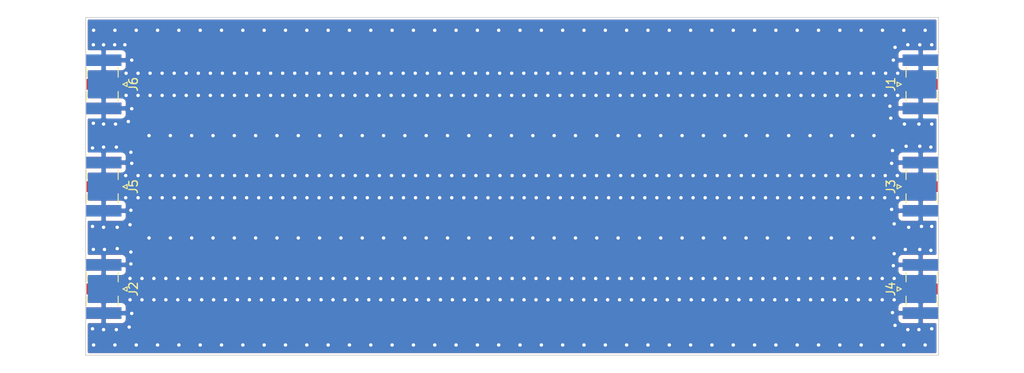
<source format=kicad_pcb>
(kicad_pcb (version 20171130) (host pcbnew 5.1.6-c6e7f7d~86~ubuntu18.04.1)

  (general
    (thickness 1.6)
    (drawings 9)
    (tracks 606)
    (zones 0)
    (modules 6)
    (nets 5)
  )

  (page A4)
  (layers
    (0 F.Cu signal)
    (31 B.Cu signal)
    (32 B.Adhes user)
    (33 F.Adhes user)
    (34 B.Paste user)
    (35 F.Paste user)
    (36 B.SilkS user)
    (37 F.SilkS user)
    (38 B.Mask user)
    (39 F.Mask user)
    (40 Dwgs.User user)
    (41 Cmts.User user hide)
    (42 Eco1.User user)
    (43 Eco2.User user)
    (44 Edge.Cuts user)
    (45 Margin user hide)
    (46 B.CrtYd user hide)
    (47 F.CrtYd user hide)
    (48 B.Fab user hide)
    (49 F.Fab user hide)
  )

  (setup
    (last_trace_width 1.114)
    (user_trace_width 0.9043)
    (user_trace_width 1.04)
    (user_trace_width 1.114)
    (user_trace_width 1.2)
    (user_trace_width 2.97)
    (trace_clearance 0.2)
    (zone_clearance 0.2)
    (zone_45_only no)
    (trace_min 0.2)
    (via_size 0.8)
    (via_drill 0.4)
    (via_min_size 0.4)
    (via_min_drill 0.3)
    (uvia_size 0.3)
    (uvia_drill 0.1)
    (uvias_allowed no)
    (uvia_min_size 0.2)
    (uvia_min_drill 0.1)
    (edge_width 0.05)
    (segment_width 0.2)
    (pcb_text_width 0.3)
    (pcb_text_size 1.5 1.5)
    (mod_edge_width 0.12)
    (mod_text_size 1 1)
    (mod_text_width 0.15)
    (pad_size 1.524 1.524)
    (pad_drill 0.762)
    (pad_to_mask_clearance 0.05)
    (aux_axis_origin 0 0)
    (visible_elements FFFFFF7F)
    (pcbplotparams
      (layerselection 0x010f0_ffffffff)
      (usegerberextensions false)
      (usegerberattributes false)
      (usegerberadvancedattributes true)
      (creategerberjobfile true)
      (excludeedgelayer true)
      (linewidth 0.100000)
      (plotframeref false)
      (viasonmask false)
      (mode 1)
      (useauxorigin false)
      (hpglpennumber 1)
      (hpglpenspeed 20)
      (hpglpendiameter 15.000000)
      (psnegative false)
      (psa4output false)
      (plotreference true)
      (plotvalue true)
      (plotinvisibletext false)
      (padsonsilk false)
      (subtractmaskfromsilk false)
      (outputformat 1)
      (mirror false)
      (drillshape 0)
      (scaleselection 1)
      (outputdirectory "gerbs/"))
  )

  (net 0 "")
  (net 1 "Net-(J1-Pad1)")
  (net 2 GND)
  (net 3 "Net-(J3-Pad1)")
  (net 4 "Net-(J2-Pad1)")

  (net_class Default "This is the default net class."
    (clearance 0.2)
    (trace_width 0.25)
    (via_dia 0.8)
    (via_drill 0.4)
    (uvia_dia 0.3)
    (uvia_drill 0.1)
    (add_net GND)
    (add_net "Net-(J1-Pad1)")
    (add_net "Net-(J2-Pad1)")
    (add_net "Net-(J3-Pad1)")
  )

  (net_class CPWG ""
    (clearance 0.2)
    (trace_width 0.9043)
    (via_dia 0.8)
    (via_drill 0.4)
    (uvia_dia 0.3)
    (uvia_drill 0.1)
  )

  (module Connector_Coaxial:SMA_Samtec_SMA-J-P-X-ST-EM1_EdgeMount (layer F.Cu) (tedit 5DAA3454) (tstamp 5F066020)
    (at 92.1 100.237 270)
    (descr "Connector SMA, 0Hz to 20GHz, 50Ohm, Edge Mount (http://suddendocs.samtec.com/prints/sma-j-p-x-st-em1-mkt.pdf)")
    (tags "SMA Straight Samtec Edge Mount")
    (path /5ED2C266)
    (attr smd)
    (fp_text reference J5 (at 0 -3.5 90) (layer F.SilkS)
      (effects (font (size 1 1) (thickness 0.15)))
    )
    (fp_text value Conn_Coaxial (at 0 13 90) (layer F.Fab)
      (effects (font (size 1 1) (thickness 0.15)))
    )
    (fp_text user "Board Thickness: 1.57mm" (at 0 -5.45 90) (layer Cmts.User)
      (effects (font (size 1 1) (thickness 0.15)))
    )
    (fp_text user "PCB Edge" (at 0 2.6 90) (layer Dwgs.User)
      (effects (font (size 0.5 0.5) (thickness 0.1)))
    )
    (fp_text user %R (at 0 4.79 270) (layer F.Fab)
      (effects (font (size 1 1) (thickness 0.15)))
    )
    (fp_line (start -0.25 -2.76) (end 0 -2.26) (layer F.SilkS) (width 0.12))
    (fp_line (start 0.25 -2.76) (end -0.25 -2.76) (layer F.SilkS) (width 0.12))
    (fp_line (start 0 -2.26) (end 0.25 -2.76) (layer F.SilkS) (width 0.12))
    (fp_line (start 0 3.1) (end -0.64 2.1) (layer F.Fab) (width 0.1))
    (fp_line (start 0.64 2.1) (end 0 3.1) (layer F.Fab) (width 0.1))
    (fp_line (start 4 2.6) (end 4 -2.6) (layer F.CrtYd) (width 0.05))
    (fp_line (start 3.68 12.12) (end -3.68 12.12) (layer F.CrtYd) (width 0.05))
    (fp_line (start -4 2.6) (end -4 -2.6) (layer F.CrtYd) (width 0.05))
    (fp_line (start -4 -2.6) (end 4 -2.6) (layer F.CrtYd) (width 0.05))
    (fp_line (start 4 2.6) (end 4 -2.6) (layer B.CrtYd) (width 0.05))
    (fp_line (start 3.68 12.12) (end -3.68 12.12) (layer B.CrtYd) (width 0.05))
    (fp_line (start -4 2.6) (end -4 -2.6) (layer B.CrtYd) (width 0.05))
    (fp_line (start -4 -2.6) (end 4 -2.6) (layer B.CrtYd) (width 0.05))
    (fp_line (start 3.165 11.62) (end -3.165 11.62) (layer F.Fab) (width 0.1))
    (fp_line (start 3.175 -1.71) (end 3.175 11.62) (layer F.Fab) (width 0.1))
    (fp_line (start 3.175 -1.71) (end 2.365 -1.71) (layer F.Fab) (width 0.1))
    (fp_line (start 2.365 -1.71) (end 2.365 2.1) (layer F.Fab) (width 0.1))
    (fp_line (start 2.365 2.1) (end -2.365 2.1) (layer F.Fab) (width 0.1))
    (fp_line (start -2.365 2.1) (end -2.365 -1.71) (layer F.Fab) (width 0.1))
    (fp_line (start -2.365 -1.71) (end -3.175 -1.71) (layer F.Fab) (width 0.1))
    (fp_line (start -3.175 -1.71) (end -3.175 11.62) (layer F.Fab) (width 0.1))
    (fp_line (start 4.1 2.1) (end -4.1 2.1) (layer Dwgs.User) (width 0.1))
    (fp_line (start -3.68 2.6) (end -4 2.6) (layer F.CrtYd) (width 0.05))
    (fp_line (start -3.68 12.12) (end -3.68 2.6) (layer F.CrtYd) (width 0.05))
    (fp_line (start 3.68 2.6) (end 4 2.6) (layer F.CrtYd) (width 0.05))
    (fp_line (start 3.68 2.6) (end 3.68 12.12) (layer F.CrtYd) (width 0.05))
    (fp_line (start -3.68 2.6) (end -4 2.6) (layer B.CrtYd) (width 0.05))
    (fp_line (start -3.68 12.12) (end -3.68 2.6) (layer B.CrtYd) (width 0.05))
    (fp_line (start 4 2.6) (end 3.68 2.6) (layer B.CrtYd) (width 0.05))
    (fp_line (start 3.68 2.6) (end 3.68 12.12) (layer B.CrtYd) (width 0.05))
    (fp_line (start -1.95 2) (end -0.84 2) (layer F.SilkS) (width 0.12))
    (fp_line (start 0.84 2) (end 1.95 2) (layer F.SilkS) (width 0.12))
    (fp_line (start -1.95 -1.71) (end -0.84 -1.71) (layer F.SilkS) (width 0.12))
    (fp_line (start 0.84 -1.71) (end 1.95 -1.71) (layer F.SilkS) (width 0.12))
    (pad 1 smd rect (at 0 0.2 270) (size 1.27 3.6) (layers F.Cu F.Paste F.Mask)
      (net 3 "Net-(J3-Pad1)"))
    (pad 2 smd rect (at 2.825 0 270) (size 1.35 4.2) (layers F.Cu F.Paste F.Mask)
      (net 2 GND))
    (pad 2 smd rect (at -2.825 0 270) (size 1.35 4.2) (layers F.Cu F.Paste F.Mask)
      (net 2 GND))
    (pad 2 smd rect (at 2.825 0 270) (size 1.35 4.2) (layers B.Cu B.Paste B.Mask)
      (net 2 GND))
    (pad 2 smd rect (at -2.825 0 270) (size 1.35 4.2) (layers B.Cu B.Paste B.Mask)
      (net 2 GND))
    (model ${KISYS3DMOD}/Connector_Coaxial.3dshapes/SMA_Samtec_SMA-J-P-X-ST-EM1_EdgeMount.wrl
      (at (xyz 0 0 0))
      (scale (xyz 1 1 1))
      (rotate (xyz 0 0 0))
    )
  )

  (module Connector_Coaxial:SMA_Samtec_SMA-J-P-X-ST-EM1_EdgeMount (layer F.Cu) (tedit 5DAA3454) (tstamp 5F068A87)
    (at 187.9 88.237 90)
    (descr "Connector SMA, 0Hz to 20GHz, 50Ohm, Edge Mount (http://suddendocs.samtec.com/prints/sma-j-p-x-st-em1-mkt.pdf)")
    (tags "SMA Straight Samtec Edge Mount")
    (path /5F07375A)
    (attr smd)
    (fp_text reference J1 (at 0 -3.5 90) (layer F.SilkS)
      (effects (font (size 1 1) (thickness 0.15)))
    )
    (fp_text value Conn_Coaxial (at 0 13 90) (layer F.Fab)
      (effects (font (size 1 1) (thickness 0.15)))
    )
    (fp_text user "Board Thickness: 1.57mm" (at 0 -5.45 90) (layer Cmts.User)
      (effects (font (size 1 1) (thickness 0.15)))
    )
    (fp_text user "PCB Edge" (at 0 2.6 90) (layer Dwgs.User)
      (effects (font (size 0.5 0.5) (thickness 0.1)))
    )
    (fp_text user %R (at 0 4.79 270) (layer F.Fab)
      (effects (font (size 1 1) (thickness 0.15)))
    )
    (fp_line (start -0.25 -2.76) (end 0 -2.26) (layer F.SilkS) (width 0.12))
    (fp_line (start 0.25 -2.76) (end -0.25 -2.76) (layer F.SilkS) (width 0.12))
    (fp_line (start 0 -2.26) (end 0.25 -2.76) (layer F.SilkS) (width 0.12))
    (fp_line (start 0 3.1) (end -0.64 2.1) (layer F.Fab) (width 0.1))
    (fp_line (start 0.64 2.1) (end 0 3.1) (layer F.Fab) (width 0.1))
    (fp_line (start 4 2.6) (end 4 -2.6) (layer F.CrtYd) (width 0.05))
    (fp_line (start 3.68 12.12) (end -3.68 12.12) (layer F.CrtYd) (width 0.05))
    (fp_line (start -4 2.6) (end -4 -2.6) (layer F.CrtYd) (width 0.05))
    (fp_line (start -4 -2.6) (end 4 -2.6) (layer F.CrtYd) (width 0.05))
    (fp_line (start 4 2.6) (end 4 -2.6) (layer B.CrtYd) (width 0.05))
    (fp_line (start 3.68 12.12) (end -3.68 12.12) (layer B.CrtYd) (width 0.05))
    (fp_line (start -4 2.6) (end -4 -2.6) (layer B.CrtYd) (width 0.05))
    (fp_line (start -4 -2.6) (end 4 -2.6) (layer B.CrtYd) (width 0.05))
    (fp_line (start 3.165 11.62) (end -3.165 11.62) (layer F.Fab) (width 0.1))
    (fp_line (start 3.175 -1.71) (end 3.175 11.62) (layer F.Fab) (width 0.1))
    (fp_line (start 3.175 -1.71) (end 2.365 -1.71) (layer F.Fab) (width 0.1))
    (fp_line (start 2.365 -1.71) (end 2.365 2.1) (layer F.Fab) (width 0.1))
    (fp_line (start 2.365 2.1) (end -2.365 2.1) (layer F.Fab) (width 0.1))
    (fp_line (start -2.365 2.1) (end -2.365 -1.71) (layer F.Fab) (width 0.1))
    (fp_line (start -2.365 -1.71) (end -3.175 -1.71) (layer F.Fab) (width 0.1))
    (fp_line (start -3.175 -1.71) (end -3.175 11.62) (layer F.Fab) (width 0.1))
    (fp_line (start 4.1 2.1) (end -4.1 2.1) (layer Dwgs.User) (width 0.1))
    (fp_line (start -3.68 2.6) (end -4 2.6) (layer F.CrtYd) (width 0.05))
    (fp_line (start -3.68 12.12) (end -3.68 2.6) (layer F.CrtYd) (width 0.05))
    (fp_line (start 3.68 2.6) (end 4 2.6) (layer F.CrtYd) (width 0.05))
    (fp_line (start 3.68 2.6) (end 3.68 12.12) (layer F.CrtYd) (width 0.05))
    (fp_line (start -3.68 2.6) (end -4 2.6) (layer B.CrtYd) (width 0.05))
    (fp_line (start -3.68 12.12) (end -3.68 2.6) (layer B.CrtYd) (width 0.05))
    (fp_line (start 4 2.6) (end 3.68 2.6) (layer B.CrtYd) (width 0.05))
    (fp_line (start 3.68 2.6) (end 3.68 12.12) (layer B.CrtYd) (width 0.05))
    (fp_line (start -1.95 2) (end -0.84 2) (layer F.SilkS) (width 0.12))
    (fp_line (start 0.84 2) (end 1.95 2) (layer F.SilkS) (width 0.12))
    (fp_line (start -1.95 -1.71) (end -0.84 -1.71) (layer F.SilkS) (width 0.12))
    (fp_line (start 0.84 -1.71) (end 1.95 -1.71) (layer F.SilkS) (width 0.12))
    (pad 1 smd rect (at 0 0.2 90) (size 1.27 3.6) (layers F.Cu F.Paste F.Mask)
      (net 1 "Net-(J1-Pad1)"))
    (pad 2 smd rect (at 2.825 0 90) (size 1.35 4.2) (layers F.Cu F.Paste F.Mask)
      (net 2 GND))
    (pad 2 smd rect (at -2.825 0 90) (size 1.35 4.2) (layers F.Cu F.Paste F.Mask)
      (net 2 GND))
    (pad 2 smd rect (at 2.825 0 90) (size 1.35 4.2) (layers B.Cu B.Paste B.Mask)
      (net 2 GND))
    (pad 2 smd rect (at -2.825 0 90) (size 1.35 4.2) (layers B.Cu B.Paste B.Mask)
      (net 2 GND))
    (model ${KISYS3DMOD}/Connector_Coaxial.3dshapes/SMA_Samtec_SMA-J-P-X-ST-EM1_EdgeMount.wrl
      (at (xyz 0 0 0))
      (scale (xyz 1 1 1))
      (rotate (xyz 0 0 0))
    )
  )

  (module Connector_Coaxial:SMA_Samtec_SMA-J-P-X-ST-EM1_EdgeMount (layer F.Cu) (tedit 5DAA3454) (tstamp 5F068AB5)
    (at 92.1 112.236 270)
    (descr "Connector SMA, 0Hz to 20GHz, 50Ohm, Edge Mount (http://suddendocs.samtec.com/prints/sma-j-p-x-st-em1-mkt.pdf)")
    (tags "SMA Straight Samtec Edge Mount")
    (path /5ED1AE55)
    (attr smd)
    (fp_text reference J2 (at 0 -3.5 90) (layer F.SilkS)
      (effects (font (size 1 1) (thickness 0.15)))
    )
    (fp_text value Conn_Coaxial (at 0 13 90) (layer F.Fab)
      (effects (font (size 1 1) (thickness 0.15)))
    )
    (fp_line (start 0.84 -1.71) (end 1.95 -1.71) (layer F.SilkS) (width 0.12))
    (fp_line (start -1.95 -1.71) (end -0.84 -1.71) (layer F.SilkS) (width 0.12))
    (fp_line (start 0.84 2) (end 1.95 2) (layer F.SilkS) (width 0.12))
    (fp_line (start -1.95 2) (end -0.84 2) (layer F.SilkS) (width 0.12))
    (fp_line (start 3.68 2.6) (end 3.68 12.12) (layer B.CrtYd) (width 0.05))
    (fp_line (start 4 2.6) (end 3.68 2.6) (layer B.CrtYd) (width 0.05))
    (fp_line (start -3.68 12.12) (end -3.68 2.6) (layer B.CrtYd) (width 0.05))
    (fp_line (start -3.68 2.6) (end -4 2.6) (layer B.CrtYd) (width 0.05))
    (fp_line (start 3.68 2.6) (end 3.68 12.12) (layer F.CrtYd) (width 0.05))
    (fp_line (start 3.68 2.6) (end 4 2.6) (layer F.CrtYd) (width 0.05))
    (fp_line (start -3.68 12.12) (end -3.68 2.6) (layer F.CrtYd) (width 0.05))
    (fp_line (start -3.68 2.6) (end -4 2.6) (layer F.CrtYd) (width 0.05))
    (fp_line (start 4.1 2.1) (end -4.1 2.1) (layer Dwgs.User) (width 0.1))
    (fp_line (start -3.175 -1.71) (end -3.175 11.62) (layer F.Fab) (width 0.1))
    (fp_line (start -2.365 -1.71) (end -3.175 -1.71) (layer F.Fab) (width 0.1))
    (fp_line (start -2.365 2.1) (end -2.365 -1.71) (layer F.Fab) (width 0.1))
    (fp_line (start 2.365 2.1) (end -2.365 2.1) (layer F.Fab) (width 0.1))
    (fp_line (start 2.365 -1.71) (end 2.365 2.1) (layer F.Fab) (width 0.1))
    (fp_line (start 3.175 -1.71) (end 2.365 -1.71) (layer F.Fab) (width 0.1))
    (fp_line (start 3.175 -1.71) (end 3.175 11.62) (layer F.Fab) (width 0.1))
    (fp_line (start 3.165 11.62) (end -3.165 11.62) (layer F.Fab) (width 0.1))
    (fp_line (start -4 -2.6) (end 4 -2.6) (layer B.CrtYd) (width 0.05))
    (fp_line (start -4 2.6) (end -4 -2.6) (layer B.CrtYd) (width 0.05))
    (fp_line (start 3.68 12.12) (end -3.68 12.12) (layer B.CrtYd) (width 0.05))
    (fp_line (start 4 2.6) (end 4 -2.6) (layer B.CrtYd) (width 0.05))
    (fp_line (start -4 -2.6) (end 4 -2.6) (layer F.CrtYd) (width 0.05))
    (fp_line (start -4 2.6) (end -4 -2.6) (layer F.CrtYd) (width 0.05))
    (fp_line (start 3.68 12.12) (end -3.68 12.12) (layer F.CrtYd) (width 0.05))
    (fp_line (start 4 2.6) (end 4 -2.6) (layer F.CrtYd) (width 0.05))
    (fp_line (start 0.64 2.1) (end 0 3.1) (layer F.Fab) (width 0.1))
    (fp_line (start 0 3.1) (end -0.64 2.1) (layer F.Fab) (width 0.1))
    (fp_line (start 0 -2.26) (end 0.25 -2.76) (layer F.SilkS) (width 0.12))
    (fp_line (start 0.25 -2.76) (end -0.25 -2.76) (layer F.SilkS) (width 0.12))
    (fp_line (start -0.25 -2.76) (end 0 -2.26) (layer F.SilkS) (width 0.12))
    (fp_text user %R (at 0 4.79 270) (layer F.Fab)
      (effects (font (size 1 1) (thickness 0.15)))
    )
    (fp_text user "PCB Edge" (at 0 2.6 90) (layer Dwgs.User)
      (effects (font (size 0.5 0.5) (thickness 0.1)))
    )
    (fp_text user "Board Thickness: 1.57mm" (at 0 -5.45 90) (layer Cmts.User)
      (effects (font (size 1 1) (thickness 0.15)))
    )
    (pad 2 smd rect (at -2.825 0 270) (size 1.35 4.2) (layers B.Cu B.Paste B.Mask)
      (net 2 GND))
    (pad 2 smd rect (at 2.825 0 270) (size 1.35 4.2) (layers B.Cu B.Paste B.Mask)
      (net 2 GND))
    (pad 2 smd rect (at -2.825 0 270) (size 1.35 4.2) (layers F.Cu F.Paste F.Mask)
      (net 2 GND))
    (pad 2 smd rect (at 2.825 0 270) (size 1.35 4.2) (layers F.Cu F.Paste F.Mask)
      (net 2 GND))
    (pad 1 smd rect (at 0 0.2 270) (size 1.27 3.6) (layers F.Cu F.Paste F.Mask)
      (net 4 "Net-(J2-Pad1)"))
    (model ${KISYS3DMOD}/Connector_Coaxial.3dshapes/SMA_Samtec_SMA-J-P-X-ST-EM1_EdgeMount.wrl
      (at (xyz 0 0 0))
      (scale (xyz 1 1 1))
      (rotate (xyz 0 0 0))
    )
  )

  (module Connector_Coaxial:SMA_Samtec_SMA-J-P-X-ST-EM1_EdgeMount (layer F.Cu) (tedit 5DAA3454) (tstamp 5F068AE3)
    (at 187.9 100.237 90)
    (descr "Connector SMA, 0Hz to 20GHz, 50Ohm, Edge Mount (http://suddendocs.samtec.com/prints/sma-j-p-x-st-em1-mkt.pdf)")
    (tags "SMA Straight Samtec Edge Mount")
    (path /5ED2BA3C)
    (attr smd)
    (fp_text reference J3 (at 0 -3.5 90) (layer F.SilkS)
      (effects (font (size 1 1) (thickness 0.15)))
    )
    (fp_text value Conn_Coaxial (at 0 13 90) (layer F.Fab)
      (effects (font (size 1 1) (thickness 0.15)))
    )
    (fp_line (start 0.84 -1.71) (end 1.95 -1.71) (layer F.SilkS) (width 0.12))
    (fp_line (start -1.95 -1.71) (end -0.84 -1.71) (layer F.SilkS) (width 0.12))
    (fp_line (start 0.84 2) (end 1.95 2) (layer F.SilkS) (width 0.12))
    (fp_line (start -1.95 2) (end -0.84 2) (layer F.SilkS) (width 0.12))
    (fp_line (start 3.68 2.6) (end 3.68 12.12) (layer B.CrtYd) (width 0.05))
    (fp_line (start 4 2.6) (end 3.68 2.6) (layer B.CrtYd) (width 0.05))
    (fp_line (start -3.68 12.12) (end -3.68 2.6) (layer B.CrtYd) (width 0.05))
    (fp_line (start -3.68 2.6) (end -4 2.6) (layer B.CrtYd) (width 0.05))
    (fp_line (start 3.68 2.6) (end 3.68 12.12) (layer F.CrtYd) (width 0.05))
    (fp_line (start 3.68 2.6) (end 4 2.6) (layer F.CrtYd) (width 0.05))
    (fp_line (start -3.68 12.12) (end -3.68 2.6) (layer F.CrtYd) (width 0.05))
    (fp_line (start -3.68 2.6) (end -4 2.6) (layer F.CrtYd) (width 0.05))
    (fp_line (start 4.1 2.1) (end -4.1 2.1) (layer Dwgs.User) (width 0.1))
    (fp_line (start -3.175 -1.71) (end -3.175 11.62) (layer F.Fab) (width 0.1))
    (fp_line (start -2.365 -1.71) (end -3.175 -1.71) (layer F.Fab) (width 0.1))
    (fp_line (start -2.365 2.1) (end -2.365 -1.71) (layer F.Fab) (width 0.1))
    (fp_line (start 2.365 2.1) (end -2.365 2.1) (layer F.Fab) (width 0.1))
    (fp_line (start 2.365 -1.71) (end 2.365 2.1) (layer F.Fab) (width 0.1))
    (fp_line (start 3.175 -1.71) (end 2.365 -1.71) (layer F.Fab) (width 0.1))
    (fp_line (start 3.175 -1.71) (end 3.175 11.62) (layer F.Fab) (width 0.1))
    (fp_line (start 3.165 11.62) (end -3.165 11.62) (layer F.Fab) (width 0.1))
    (fp_line (start -4 -2.6) (end 4 -2.6) (layer B.CrtYd) (width 0.05))
    (fp_line (start -4 2.6) (end -4 -2.6) (layer B.CrtYd) (width 0.05))
    (fp_line (start 3.68 12.12) (end -3.68 12.12) (layer B.CrtYd) (width 0.05))
    (fp_line (start 4 2.6) (end 4 -2.6) (layer B.CrtYd) (width 0.05))
    (fp_line (start -4 -2.6) (end 4 -2.6) (layer F.CrtYd) (width 0.05))
    (fp_line (start -4 2.6) (end -4 -2.6) (layer F.CrtYd) (width 0.05))
    (fp_line (start 3.68 12.12) (end -3.68 12.12) (layer F.CrtYd) (width 0.05))
    (fp_line (start 4 2.6) (end 4 -2.6) (layer F.CrtYd) (width 0.05))
    (fp_line (start 0.64 2.1) (end 0 3.1) (layer F.Fab) (width 0.1))
    (fp_line (start 0 3.1) (end -0.64 2.1) (layer F.Fab) (width 0.1))
    (fp_line (start 0 -2.26) (end 0.25 -2.76) (layer F.SilkS) (width 0.12))
    (fp_line (start 0.25 -2.76) (end -0.25 -2.76) (layer F.SilkS) (width 0.12))
    (fp_line (start -0.25 -2.76) (end 0 -2.26) (layer F.SilkS) (width 0.12))
    (fp_text user %R (at 0 4.79 270) (layer F.Fab)
      (effects (font (size 1 1) (thickness 0.15)))
    )
    (fp_text user "PCB Edge" (at 0 2.6 90) (layer Dwgs.User)
      (effects (font (size 0.5 0.5) (thickness 0.1)))
    )
    (fp_text user "Board Thickness: 1.57mm" (at 0 -5.45 90) (layer Cmts.User)
      (effects (font (size 1 1) (thickness 0.15)))
    )
    (pad 2 smd rect (at -2.825 0 90) (size 1.35 4.2) (layers B.Cu B.Paste B.Mask)
      (net 2 GND))
    (pad 2 smd rect (at 2.825 0 90) (size 1.35 4.2) (layers B.Cu B.Paste B.Mask)
      (net 2 GND))
    (pad 2 smd rect (at -2.825 0 90) (size 1.35 4.2) (layers F.Cu F.Paste F.Mask)
      (net 2 GND))
    (pad 2 smd rect (at 2.825 0 90) (size 1.35 4.2) (layers F.Cu F.Paste F.Mask)
      (net 2 GND))
    (pad 1 smd rect (at 0 0.2 90) (size 1.27 3.6) (layers F.Cu F.Paste F.Mask)
      (net 3 "Net-(J3-Pad1)"))
    (model ${KISYS3DMOD}/Connector_Coaxial.3dshapes/SMA_Samtec_SMA-J-P-X-ST-EM1_EdgeMount.wrl
      (at (xyz 0 0 0))
      (scale (xyz 1 1 1))
      (rotate (xyz 0 0 0))
    )
  )

  (module Connector_Coaxial:SMA_Samtec_SMA-J-P-X-ST-EM1_EdgeMount (layer F.Cu) (tedit 5DAA3454) (tstamp 5F068B11)
    (at 187.9 112.236 90)
    (descr "Connector SMA, 0Hz to 20GHz, 50Ohm, Edge Mount (http://suddendocs.samtec.com/prints/sma-j-p-x-st-em1-mkt.pdf)")
    (tags "SMA Straight Samtec Edge Mount")
    (path /5ED1B03F)
    (attr smd)
    (fp_text reference J4 (at 0 -3.5 90) (layer F.SilkS)
      (effects (font (size 1 1) (thickness 0.15)))
    )
    (fp_text value Conn_Coaxial (at 0 13 90) (layer F.Fab)
      (effects (font (size 1 1) (thickness 0.15)))
    )
    (fp_text user "Board Thickness: 1.57mm" (at 0 -5.45 90) (layer Cmts.User)
      (effects (font (size 1 1) (thickness 0.15)))
    )
    (fp_text user "PCB Edge" (at 0 2.6 90) (layer Dwgs.User)
      (effects (font (size 0.5 0.5) (thickness 0.1)))
    )
    (fp_text user %R (at 0 4.79 270) (layer F.Fab)
      (effects (font (size 1 1) (thickness 0.15)))
    )
    (fp_line (start -0.25 -2.76) (end 0 -2.26) (layer F.SilkS) (width 0.12))
    (fp_line (start 0.25 -2.76) (end -0.25 -2.76) (layer F.SilkS) (width 0.12))
    (fp_line (start 0 -2.26) (end 0.25 -2.76) (layer F.SilkS) (width 0.12))
    (fp_line (start 0 3.1) (end -0.64 2.1) (layer F.Fab) (width 0.1))
    (fp_line (start 0.64 2.1) (end 0 3.1) (layer F.Fab) (width 0.1))
    (fp_line (start 4 2.6) (end 4 -2.6) (layer F.CrtYd) (width 0.05))
    (fp_line (start 3.68 12.12) (end -3.68 12.12) (layer F.CrtYd) (width 0.05))
    (fp_line (start -4 2.6) (end -4 -2.6) (layer F.CrtYd) (width 0.05))
    (fp_line (start -4 -2.6) (end 4 -2.6) (layer F.CrtYd) (width 0.05))
    (fp_line (start 4 2.6) (end 4 -2.6) (layer B.CrtYd) (width 0.05))
    (fp_line (start 3.68 12.12) (end -3.68 12.12) (layer B.CrtYd) (width 0.05))
    (fp_line (start -4 2.6) (end -4 -2.6) (layer B.CrtYd) (width 0.05))
    (fp_line (start -4 -2.6) (end 4 -2.6) (layer B.CrtYd) (width 0.05))
    (fp_line (start 3.165 11.62) (end -3.165 11.62) (layer F.Fab) (width 0.1))
    (fp_line (start 3.175 -1.71) (end 3.175 11.62) (layer F.Fab) (width 0.1))
    (fp_line (start 3.175 -1.71) (end 2.365 -1.71) (layer F.Fab) (width 0.1))
    (fp_line (start 2.365 -1.71) (end 2.365 2.1) (layer F.Fab) (width 0.1))
    (fp_line (start 2.365 2.1) (end -2.365 2.1) (layer F.Fab) (width 0.1))
    (fp_line (start -2.365 2.1) (end -2.365 -1.71) (layer F.Fab) (width 0.1))
    (fp_line (start -2.365 -1.71) (end -3.175 -1.71) (layer F.Fab) (width 0.1))
    (fp_line (start -3.175 -1.71) (end -3.175 11.62) (layer F.Fab) (width 0.1))
    (fp_line (start 4.1 2.1) (end -4.1 2.1) (layer Dwgs.User) (width 0.1))
    (fp_line (start -3.68 2.6) (end -4 2.6) (layer F.CrtYd) (width 0.05))
    (fp_line (start -3.68 12.12) (end -3.68 2.6) (layer F.CrtYd) (width 0.05))
    (fp_line (start 3.68 2.6) (end 4 2.6) (layer F.CrtYd) (width 0.05))
    (fp_line (start 3.68 2.6) (end 3.68 12.12) (layer F.CrtYd) (width 0.05))
    (fp_line (start -3.68 2.6) (end -4 2.6) (layer B.CrtYd) (width 0.05))
    (fp_line (start -3.68 12.12) (end -3.68 2.6) (layer B.CrtYd) (width 0.05))
    (fp_line (start 4 2.6) (end 3.68 2.6) (layer B.CrtYd) (width 0.05))
    (fp_line (start 3.68 2.6) (end 3.68 12.12) (layer B.CrtYd) (width 0.05))
    (fp_line (start -1.95 2) (end -0.84 2) (layer F.SilkS) (width 0.12))
    (fp_line (start 0.84 2) (end 1.95 2) (layer F.SilkS) (width 0.12))
    (fp_line (start -1.95 -1.71) (end -0.84 -1.71) (layer F.SilkS) (width 0.12))
    (fp_line (start 0.84 -1.71) (end 1.95 -1.71) (layer F.SilkS) (width 0.12))
    (pad 1 smd rect (at 0 0.2 90) (size 1.27 3.6) (layers F.Cu F.Paste F.Mask)
      (net 4 "Net-(J2-Pad1)"))
    (pad 2 smd rect (at 2.825 0 90) (size 1.35 4.2) (layers F.Cu F.Paste F.Mask)
      (net 2 GND))
    (pad 2 smd rect (at -2.825 0 90) (size 1.35 4.2) (layers F.Cu F.Paste F.Mask)
      (net 2 GND))
    (pad 2 smd rect (at 2.825 0 90) (size 1.35 4.2) (layers B.Cu B.Paste B.Mask)
      (net 2 GND))
    (pad 2 smd rect (at -2.825 0 90) (size 1.35 4.2) (layers B.Cu B.Paste B.Mask)
      (net 2 GND))
    (model ${KISYS3DMOD}/Connector_Coaxial.3dshapes/SMA_Samtec_SMA-J-P-X-ST-EM1_EdgeMount.wrl
      (at (xyz 0 0 0))
      (scale (xyz 1 1 1))
      (rotate (xyz 0 0 0))
    )
  )

  (module Connector_Coaxial:SMA_Samtec_SMA-J-P-X-ST-EM1_EdgeMount (layer F.Cu) (tedit 5DAA3454) (tstamp 5F068B3F)
    (at 92.1 88.237 270)
    (descr "Connector SMA, 0Hz to 20GHz, 50Ohm, Edge Mount (http://suddendocs.samtec.com/prints/sma-j-p-x-st-em1-mkt.pdf)")
    (tags "SMA Straight Samtec Edge Mount")
    (path /5F073DCD)
    (attr smd)
    (fp_text reference J6 (at 0 -3.5 90) (layer F.SilkS)
      (effects (font (size 1 1) (thickness 0.15)))
    )
    (fp_text value Conn_Coaxial (at 0 13 90) (layer F.Fab)
      (effects (font (size 1 1) (thickness 0.15)))
    )
    (fp_line (start 0.84 -1.71) (end 1.95 -1.71) (layer F.SilkS) (width 0.12))
    (fp_line (start -1.95 -1.71) (end -0.84 -1.71) (layer F.SilkS) (width 0.12))
    (fp_line (start 0.84 2) (end 1.95 2) (layer F.SilkS) (width 0.12))
    (fp_line (start -1.95 2) (end -0.84 2) (layer F.SilkS) (width 0.12))
    (fp_line (start 3.68 2.6) (end 3.68 12.12) (layer B.CrtYd) (width 0.05))
    (fp_line (start 4 2.6) (end 3.68 2.6) (layer B.CrtYd) (width 0.05))
    (fp_line (start -3.68 12.12) (end -3.68 2.6) (layer B.CrtYd) (width 0.05))
    (fp_line (start -3.68 2.6) (end -4 2.6) (layer B.CrtYd) (width 0.05))
    (fp_line (start 3.68 2.6) (end 3.68 12.12) (layer F.CrtYd) (width 0.05))
    (fp_line (start 3.68 2.6) (end 4 2.6) (layer F.CrtYd) (width 0.05))
    (fp_line (start -3.68 12.12) (end -3.68 2.6) (layer F.CrtYd) (width 0.05))
    (fp_line (start -3.68 2.6) (end -4 2.6) (layer F.CrtYd) (width 0.05))
    (fp_line (start 4.1 2.1) (end -4.1 2.1) (layer Dwgs.User) (width 0.1))
    (fp_line (start -3.175 -1.71) (end -3.175 11.62) (layer F.Fab) (width 0.1))
    (fp_line (start -2.365 -1.71) (end -3.175 -1.71) (layer F.Fab) (width 0.1))
    (fp_line (start -2.365 2.1) (end -2.365 -1.71) (layer F.Fab) (width 0.1))
    (fp_line (start 2.365 2.1) (end -2.365 2.1) (layer F.Fab) (width 0.1))
    (fp_line (start 2.365 -1.71) (end 2.365 2.1) (layer F.Fab) (width 0.1))
    (fp_line (start 3.175 -1.71) (end 2.365 -1.71) (layer F.Fab) (width 0.1))
    (fp_line (start 3.175 -1.71) (end 3.175 11.62) (layer F.Fab) (width 0.1))
    (fp_line (start 3.165 11.62) (end -3.165 11.62) (layer F.Fab) (width 0.1))
    (fp_line (start -4 -2.6) (end 4 -2.6) (layer B.CrtYd) (width 0.05))
    (fp_line (start -4 2.6) (end -4 -2.6) (layer B.CrtYd) (width 0.05))
    (fp_line (start 3.68 12.12) (end -3.68 12.12) (layer B.CrtYd) (width 0.05))
    (fp_line (start 4 2.6) (end 4 -2.6) (layer B.CrtYd) (width 0.05))
    (fp_line (start -4 -2.6) (end 4 -2.6) (layer F.CrtYd) (width 0.05))
    (fp_line (start -4 2.6) (end -4 -2.6) (layer F.CrtYd) (width 0.05))
    (fp_line (start 3.68 12.12) (end -3.68 12.12) (layer F.CrtYd) (width 0.05))
    (fp_line (start 4 2.6) (end 4 -2.6) (layer F.CrtYd) (width 0.05))
    (fp_line (start 0.64 2.1) (end 0 3.1) (layer F.Fab) (width 0.1))
    (fp_line (start 0 3.1) (end -0.64 2.1) (layer F.Fab) (width 0.1))
    (fp_line (start 0 -2.26) (end 0.25 -2.76) (layer F.SilkS) (width 0.12))
    (fp_line (start 0.25 -2.76) (end -0.25 -2.76) (layer F.SilkS) (width 0.12))
    (fp_line (start -0.25 -2.76) (end 0 -2.26) (layer F.SilkS) (width 0.12))
    (fp_text user %R (at 0 4.79 270) (layer F.Fab)
      (effects (font (size 1 1) (thickness 0.15)))
    )
    (fp_text user "PCB Edge" (at 0 2.6 90) (layer Dwgs.User)
      (effects (font (size 0.5 0.5) (thickness 0.1)))
    )
    (fp_text user "Board Thickness: 1.57mm" (at 0 -5.45 90) (layer Cmts.User)
      (effects (font (size 1 1) (thickness 0.15)))
    )
    (pad 2 smd rect (at -2.825 0 270) (size 1.35 4.2) (layers B.Cu B.Paste B.Mask)
      (net 2 GND))
    (pad 2 smd rect (at 2.825 0 270) (size 1.35 4.2) (layers B.Cu B.Paste B.Mask)
      (net 2 GND))
    (pad 2 smd rect (at -2.825 0 270) (size 1.35 4.2) (layers F.Cu F.Paste F.Mask)
      (net 2 GND))
    (pad 2 smd rect (at 2.825 0 270) (size 1.35 4.2) (layers F.Cu F.Paste F.Mask)
      (net 2 GND))
    (pad 1 smd rect (at 0 0.2 270) (size 1.27 3.6) (layers F.Cu F.Paste F.Mask)
      (net 1 "Net-(J1-Pad1)"))
    (model ${KISYS3DMOD}/Connector_Coaxial.3dshapes/SMA_Samtec_SMA-J-P-X-ST-EM1_EdgeMount.wrl
      (at (xyz 0 0 0))
      (scale (xyz 1 1 1))
      (rotate (xyz 0 0 0))
    )
  )

  (gr_poly (pts (xy 186.1 89.8) (xy 93.9 89.8) (xy 93.9 86.7) (xy 186.1 86.7)) (layer F.Mask) (width 0.1) (tstamp 5F06A797))
  (gr_line (start 90 80.4) (end 90 92.4) (layer Edge.Cuts) (width 0.1) (tstamp 5F069FDF))
  (gr_line (start 190 80.4) (end 190 92.4) (layer Edge.Cuts) (width 0.1) (tstamp 5F069FD0))
  (gr_poly (pts (xy 186.1 101.8) (xy 93.9 101.8) (xy 93.9 98.7) (xy 186.1 98.7)) (layer F.Mask) (width 0.1))
  (gr_line (start 90 120) (end 190 120) (layer Edge.Cuts) (width 0.1) (tstamp 5F0667F6))
  (gr_line (start 190 92.4) (end 190 120) (layer Edge.Cuts) (width 0.1) (tstamp 5F0667EB))
  (gr_line (start 90 120) (end 90 92.4) (layer Edge.Cuts) (width 0.1) (tstamp 5F0667E1))
  (gr_line (start 90 80.4) (end 190 80.4) (layer Edge.Cuts) (width 0.1))
  (gr_poly (pts (xy 186.1 113.9) (xy 93.9 113.9) (xy 93.9 110.6) (xy 186.1 110.6)) (layer F.Mask) (width 0.1) (tstamp 5ED2C418))

  (via (at 182.43 94.25) (size 0.8) (drill 0.4) (layers F.Cu B.Cu) (net 2) (tstamp 5F06A6AA))
  (via (at 137.43 94.25) (size 0.8) (drill 0.4) (layers F.Cu B.Cu) (net 2) (tstamp 5F06A6AB))
  (via (at 139.93 94.25) (size 0.8) (drill 0.4) (layers F.Cu B.Cu) (net 2) (tstamp 5F06A6AC))
  (via (at 142.43 94.25) (size 0.8) (drill 0.4) (layers F.Cu B.Cu) (net 2) (tstamp 5F06A6AD))
  (via (at 144.93 94.25) (size 0.8) (drill 0.4) (layers F.Cu B.Cu) (net 2) (tstamp 5F06A6AE))
  (via (at 147.43 94.25) (size 0.8) (drill 0.4) (layers F.Cu B.Cu) (net 2) (tstamp 5F06A6AF))
  (via (at 177.43 94.25) (size 0.8) (drill 0.4) (layers F.Cu B.Cu) (net 2) (tstamp 5F06A6B0))
  (via (at 179.93 94.25) (size 0.8) (drill 0.4) (layers F.Cu B.Cu) (net 2) (tstamp 5F06A6B1))
  (via (at 159.93 94.25) (size 0.8) (drill 0.4) (layers F.Cu B.Cu) (net 2) (tstamp 5F06A6B2))
  (via (at 162.43 94.25) (size 0.8) (drill 0.4) (layers F.Cu B.Cu) (net 2) (tstamp 5F06A6B3))
  (via (at 164.93 94.25) (size 0.8) (drill 0.4) (layers F.Cu B.Cu) (net 2) (tstamp 5F06A6B4))
  (via (at 167.43 94.25) (size 0.8) (drill 0.4) (layers F.Cu B.Cu) (net 2) (tstamp 5F06A6B5))
  (via (at 172.43 94.25) (size 0.8) (drill 0.4) (layers F.Cu B.Cu) (net 2) (tstamp 5F06A6B6))
  (via (at 124.93 94.25) (size 0.8) (drill 0.4) (layers F.Cu B.Cu) (net 2) (tstamp 5F06A6B7))
  (via (at 127.43 94.25) (size 0.8) (drill 0.4) (layers F.Cu B.Cu) (net 2) (tstamp 5F06A6B8))
  (via (at 129.93 94.25) (size 0.8) (drill 0.4) (layers F.Cu B.Cu) (net 2) (tstamp 5F06A6B9))
  (via (at 132.43 94.25) (size 0.8) (drill 0.4) (layers F.Cu B.Cu) (net 2) (tstamp 5F06A6BA))
  (via (at 134.93 94.25) (size 0.8) (drill 0.4) (layers F.Cu B.Cu) (net 2) (tstamp 5F06A6BB))
  (via (at 97.43 94.25) (size 0.8) (drill 0.4) (layers F.Cu B.Cu) (net 2) (tstamp 5F06A6BC))
  (via (at 112.43 94.25) (size 0.8) (drill 0.4) (layers F.Cu B.Cu) (net 2) (tstamp 5F06A6BD))
  (via (at 114.93 94.25) (size 0.8) (drill 0.4) (layers F.Cu B.Cu) (net 2) (tstamp 5F06A6BE))
  (via (at 117.43 94.25) (size 0.8) (drill 0.4) (layers F.Cu B.Cu) (net 2) (tstamp 5F06A6BF))
  (via (at 119.93 94.25) (size 0.8) (drill 0.4) (layers F.Cu B.Cu) (net 2) (tstamp 5F06A6C0))
  (via (at 122.43 94.25) (size 0.8) (drill 0.4) (layers F.Cu B.Cu) (net 2) (tstamp 5F06A6C1))
  (via (at 102.43 94.25) (size 0.8) (drill 0.4) (layers F.Cu B.Cu) (net 2) (tstamp 5F06A6C2))
  (via (at 104.93 94.25) (size 0.8) (drill 0.4) (layers F.Cu B.Cu) (net 2) (tstamp 5F06A6C3))
  (via (at 107.43 94.25) (size 0.8) (drill 0.4) (layers F.Cu B.Cu) (net 2) (tstamp 5F06A6C4))
  (via (at 109.93 94.25) (size 0.8) (drill 0.4) (layers F.Cu B.Cu) (net 2) (tstamp 5F06A6C5))
  (via (at 149.93 94.25) (size 0.8) (drill 0.4) (layers F.Cu B.Cu) (net 2) (tstamp 5F06A6C6))
  (via (at 152.43 94.25) (size 0.8) (drill 0.4) (layers F.Cu B.Cu) (net 2) (tstamp 5F06A6C7))
  (via (at 154.93 94.25) (size 0.8) (drill 0.4) (layers F.Cu B.Cu) (net 2) (tstamp 5F06A6C8))
  (via (at 157.43 94.25) (size 0.8) (drill 0.4) (layers F.Cu B.Cu) (net 2) (tstamp 5F06A6C9))
  (via (at 99.93 94.25) (size 0.8) (drill 0.4) (layers F.Cu B.Cu) (net 2) (tstamp 5F06A6CA))
  (via (at 169.93 94.25) (size 0.8) (drill 0.4) (layers F.Cu B.Cu) (net 2) (tstamp 5F06A6CB))
  (via (at 174.93 94.25) (size 0.8) (drill 0.4) (layers F.Cu B.Cu) (net 2) (tstamp 5F06A6CC))
  (via (at 93.43 81.9) (size 0.8) (drill 0.4) (layers F.Cu B.Cu) (net 2) (tstamp 5F06A6F1))
  (via (at 95.93 81.9) (size 0.8) (drill 0.4) (layers F.Cu B.Cu) (net 2) (tstamp 5F06A6F2))
  (via (at 115.93 81.9) (size 0.8) (drill 0.4) (layers F.Cu B.Cu) (net 2) (tstamp 5F06A6F3))
  (via (at 118.43 81.9) (size 0.8) (drill 0.4) (layers F.Cu B.Cu) (net 2) (tstamp 5F06A6F4))
  (via (at 120.93 81.9) (size 0.8) (drill 0.4) (layers F.Cu B.Cu) (net 2) (tstamp 5F06A6F5))
  (via (at 123.43 81.9) (size 0.8) (drill 0.4) (layers F.Cu B.Cu) (net 2) (tstamp 5F06A6F6))
  (via (at 125.93 81.9) (size 0.8) (drill 0.4) (layers F.Cu B.Cu) (net 2) (tstamp 5F06A6F7))
  (via (at 128.43 81.9) (size 0.8) (drill 0.4) (layers F.Cu B.Cu) (net 2) (tstamp 5F06A6F8))
  (via (at 130.93 81.9) (size 0.8) (drill 0.4) (layers F.Cu B.Cu) (net 2) (tstamp 5F06A6F9))
  (via (at 133.43 81.9) (size 0.8) (drill 0.4) (layers F.Cu B.Cu) (net 2) (tstamp 5F06A6FA))
  (via (at 135.93 81.9) (size 0.8) (drill 0.4) (layers F.Cu B.Cu) (net 2) (tstamp 5F06A6FB))
  (via (at 175.93 81.9) (size 0.8) (drill 0.4) (layers F.Cu B.Cu) (net 2) (tstamp 5F06A6FC))
  (via (at 178.43 81.9) (size 0.8) (drill 0.4) (layers F.Cu B.Cu) (net 2) (tstamp 5F06A6FD))
  (via (at 180.93 81.9) (size 0.8) (drill 0.4) (layers F.Cu B.Cu) (net 2) (tstamp 5F06A6FE))
  (via (at 183.43 81.9) (size 0.8) (drill 0.4) (layers F.Cu B.Cu) (net 2) (tstamp 5F06A6FF))
  (via (at 185.93 81.9) (size 0.8) (drill 0.4) (layers F.Cu B.Cu) (net 2) (tstamp 5F06A700))
  (via (at 188.43 81.9) (size 0.8) (drill 0.4) (layers F.Cu B.Cu) (net 2) (tstamp 5F06A701))
  (via (at 90.93 81.9) (size 0.8) (drill 0.4) (layers F.Cu B.Cu) (net 2) (tstamp 5F06A702))
  (via (at 160.93 81.9) (size 0.8) (drill 0.4) (layers F.Cu B.Cu) (net 2) (tstamp 5F06A703))
  (via (at 163.43 81.9) (size 0.8) (drill 0.4) (layers F.Cu B.Cu) (net 2) (tstamp 5F06A704))
  (via (at 165.93 81.9) (size 0.8) (drill 0.4) (layers F.Cu B.Cu) (net 2) (tstamp 5F06A705))
  (via (at 168.43 81.9) (size 0.8) (drill 0.4) (layers F.Cu B.Cu) (net 2) (tstamp 5F06A706))
  (via (at 170.93 81.9) (size 0.8) (drill 0.4) (layers F.Cu B.Cu) (net 2) (tstamp 5F06A707))
  (via (at 173.43 81.9) (size 0.8) (drill 0.4) (layers F.Cu B.Cu) (net 2) (tstamp 5F06A708))
  (via (at 145.93 81.9) (size 0.8) (drill 0.4) (layers F.Cu B.Cu) (net 2) (tstamp 5F06A709))
  (via (at 98.43 81.9) (size 0.8) (drill 0.4) (layers F.Cu B.Cu) (net 2) (tstamp 5F06A70A))
  (via (at 100.93 81.9) (size 0.8) (drill 0.4) (layers F.Cu B.Cu) (net 2) (tstamp 5F06A70B))
  (via (at 103.43 81.9) (size 0.8) (drill 0.4) (layers F.Cu B.Cu) (net 2) (tstamp 5F06A70C))
  (via (at 105.93 81.9) (size 0.8) (drill 0.4) (layers F.Cu B.Cu) (net 2) (tstamp 5F06A70D))
  (via (at 108.43 81.9) (size 0.8) (drill 0.4) (layers F.Cu B.Cu) (net 2) (tstamp 5F06A70E))
  (via (at 110.93 81.9) (size 0.8) (drill 0.4) (layers F.Cu B.Cu) (net 2) (tstamp 5F06A70F))
  (via (at 113.43 81.9) (size 0.8) (drill 0.4) (layers F.Cu B.Cu) (net 2) (tstamp 5F06A710))
  (via (at 138.43 81.9) (size 0.8) (drill 0.4) (layers F.Cu B.Cu) (net 2) (tstamp 5F06A711))
  (via (at 140.93 81.9) (size 0.8) (drill 0.4) (layers F.Cu B.Cu) (net 2) (tstamp 5F06A712))
  (via (at 143.43 81.9) (size 0.8) (drill 0.4) (layers F.Cu B.Cu) (net 2) (tstamp 5F06A713))
  (via (at 148.43 81.9) (size 0.8) (drill 0.4) (layers F.Cu B.Cu) (net 2) (tstamp 5F06A714))
  (via (at 150.93 81.9) (size 0.8) (drill 0.4) (layers F.Cu B.Cu) (net 2) (tstamp 5F06A715))
  (via (at 153.43 81.9) (size 0.8) (drill 0.4) (layers F.Cu B.Cu) (net 2) (tstamp 5F06A716))
  (via (at 155.93 81.9) (size 0.8) (drill 0.4) (layers F.Cu B.Cu) (net 2) (tstamp 5F06A717))
  (via (at 158.43 81.9) (size 0.8) (drill 0.4) (layers F.Cu B.Cu) (net 2) (tstamp 5F06A718))
  (via (at 94.739876 86.937) (size 0.8) (drill 0.4) (layers F.Cu B.Cu) (net 2) (tstamp 5F06A648))
  (via (at 94.739876 89.537) (size 0.8) (drill 0.4) (layers F.Cu B.Cu) (net 2) (tstamp 5F06A648))
  (via (at 183.797521 86.937) (size 0.8) (drill 0.4) (layers F.Cu B.Cu) (net 2) (tstamp 5F06A558))
  (via (at 185.210813 86.937) (size 0.8) (drill 0.4) (layers F.Cu B.Cu) (net 2) (tstamp 5F06A559))
  (via (at 182.384229 86.937) (size 0.8) (drill 0.4) (layers F.Cu B.Cu) (net 2) (tstamp 5F06A55B))
  (via (at 183.797521 89.537) (size 0.8) (drill 0.4) (layers F.Cu B.Cu) (net 2) (tstamp 5F06A558))
  (via (at 185.210813 89.537) (size 0.8) (drill 0.4) (layers F.Cu B.Cu) (net 2) (tstamp 5F06A559))
  (via (at 182.384229 89.537) (size 0.8) (drill 0.4) (layers F.Cu B.Cu) (net 2) (tstamp 5F06A55B))
  (via (at 96.139876 89.537) (size 0.8) (drill 0.4) (layers F.Cu B.Cu) (net 2) (tstamp 37))
  (via (at 97.553168 89.537) (size 0.8) (drill 0.4) (layers F.Cu B.Cu) (net 2) (tstamp 37))
  (via (at 98.96646 89.537) (size 0.8) (drill 0.4) (layers F.Cu B.Cu) (net 2) (tstamp 37))
  (via (at 100.379752 89.537) (size 0.8) (drill 0.4) (layers F.Cu B.Cu) (net 2) (tstamp 37))
  (via (at 101.793044 89.537) (size 0.8) (drill 0.4) (layers F.Cu B.Cu) (net 2) (tstamp 37))
  (via (at 103.206336 89.537) (size 0.8) (drill 0.4) (layers F.Cu B.Cu) (net 2) (tstamp 37))
  (via (at 104.619628 89.537) (size 0.8) (drill 0.4) (layers F.Cu B.Cu) (net 2) (tstamp 37))
  (via (at 106.03292 89.537) (size 0.8) (drill 0.4) (layers F.Cu B.Cu) (net 2) (tstamp 37))
  (via (at 107.446212 89.537) (size 0.8) (drill 0.4) (layers F.Cu B.Cu) (net 2) (tstamp 37))
  (via (at 108.859504 89.537) (size 0.8) (drill 0.4) (layers F.Cu B.Cu) (net 2) (tstamp 37))
  (via (at 110.272796 89.537) (size 0.8) (drill 0.4) (layers F.Cu B.Cu) (net 2) (tstamp 37))
  (via (at 111.686088 89.537) (size 0.8) (drill 0.4) (layers F.Cu B.Cu) (net 2) (tstamp 37))
  (via (at 113.09938 89.537) (size 0.8) (drill 0.4) (layers F.Cu B.Cu) (net 2) (tstamp 37))
  (via (at 114.512672 89.537) (size 0.8) (drill 0.4) (layers F.Cu B.Cu) (net 2) (tstamp 37))
  (via (at 115.925964 89.537) (size 0.8) (drill 0.4) (layers F.Cu B.Cu) (net 2) (tstamp 37))
  (via (at 117.339256 89.537) (size 0.8) (drill 0.4) (layers F.Cu B.Cu) (net 2) (tstamp 37))
  (via (at 118.752548 89.537) (size 0.8) (drill 0.4) (layers F.Cu B.Cu) (net 2) (tstamp 37))
  (via (at 120.16584 89.537) (size 0.8) (drill 0.4) (layers F.Cu B.Cu) (net 2) (tstamp 37))
  (via (at 121.579132 89.537) (size 0.8) (drill 0.4) (layers F.Cu B.Cu) (net 2) (tstamp 37))
  (via (at 122.992424 89.537) (size 0.8) (drill 0.4) (layers F.Cu B.Cu) (net 2) (tstamp 37))
  (via (at 124.405716 89.537) (size 0.8) (drill 0.4) (layers F.Cu B.Cu) (net 2) (tstamp 37))
  (via (at 125.819008 89.537) (size 0.8) (drill 0.4) (layers F.Cu B.Cu) (net 2) (tstamp 37))
  (via (at 127.2323 89.537) (size 0.8) (drill 0.4) (layers F.Cu B.Cu) (net 2) (tstamp 37))
  (via (at 128.645592 89.537) (size 0.8) (drill 0.4) (layers F.Cu B.Cu) (net 2) (tstamp 37))
  (via (at 130.058884 89.537) (size 0.8) (drill 0.4) (layers F.Cu B.Cu) (net 2) (tstamp 37))
  (via (at 131.472176 89.537) (size 0.8) (drill 0.4) (layers F.Cu B.Cu) (net 2) (tstamp 37))
  (via (at 132.885468 89.537) (size 0.8) (drill 0.4) (layers F.Cu B.Cu) (net 2) (tstamp 37))
  (via (at 134.29876 89.537) (size 0.8) (drill 0.4) (layers F.Cu B.Cu) (net 2) (tstamp 37))
  (via (at 135.712052 89.537) (size 0.8) (drill 0.4) (layers F.Cu B.Cu) (net 2) (tstamp 37))
  (via (at 137.125345 89.537) (size 0.8) (drill 0.4) (layers F.Cu B.Cu) (net 2) (tstamp 37))
  (via (at 138.538637 89.537) (size 0.8) (drill 0.4) (layers F.Cu B.Cu) (net 2) (tstamp 37))
  (via (at 139.951929 89.537) (size 0.8) (drill 0.4) (layers F.Cu B.Cu) (net 2) (tstamp 37))
  (via (at 141.365221 89.537) (size 0.8) (drill 0.4) (layers F.Cu B.Cu) (net 2) (tstamp 37))
  (via (at 142.778513 89.537) (size 0.8) (drill 0.4) (layers F.Cu B.Cu) (net 2) (tstamp 37))
  (via (at 144.191805 89.537) (size 0.8) (drill 0.4) (layers F.Cu B.Cu) (net 2) (tstamp 37))
  (via (at 145.605097 89.537) (size 0.8) (drill 0.4) (layers F.Cu B.Cu) (net 2) (tstamp 37))
  (via (at 147.018389 89.537) (size 0.8) (drill 0.4) (layers F.Cu B.Cu) (net 2) (tstamp 37))
  (via (at 148.431681 89.537) (size 0.8) (drill 0.4) (layers F.Cu B.Cu) (net 2) (tstamp 37))
  (via (at 149.844973 89.537) (size 0.8) (drill 0.4) (layers F.Cu B.Cu) (net 2) (tstamp 37))
  (via (at 151.258265 89.537) (size 0.8) (drill 0.4) (layers F.Cu B.Cu) (net 2) (tstamp 37))
  (via (at 152.671557 89.537) (size 0.8) (drill 0.4) (layers F.Cu B.Cu) (net 2) (tstamp 37))
  (via (at 154.084849 89.537) (size 0.8) (drill 0.4) (layers F.Cu B.Cu) (net 2) (tstamp 37))
  (via (at 155.498141 89.537) (size 0.8) (drill 0.4) (layers F.Cu B.Cu) (net 2) (tstamp 37))
  (via (at 156.911433 89.537) (size 0.8) (drill 0.4) (layers F.Cu B.Cu) (net 2) (tstamp 37))
  (via (at 158.324725 89.537) (size 0.8) (drill 0.4) (layers F.Cu B.Cu) (net 2) (tstamp 37))
  (via (at 159.738017 89.537) (size 0.8) (drill 0.4) (layers F.Cu B.Cu) (net 2) (tstamp 37))
  (via (at 161.151309 89.537) (size 0.8) (drill 0.4) (layers F.Cu B.Cu) (net 2) (tstamp 37))
  (via (at 162.564601 89.537) (size 0.8) (drill 0.4) (layers F.Cu B.Cu) (net 2) (tstamp 37))
  (via (at 163.977893 89.537) (size 0.8) (drill 0.4) (layers F.Cu B.Cu) (net 2) (tstamp 37))
  (via (at 165.391185 89.537) (size 0.8) (drill 0.4) (layers F.Cu B.Cu) (net 2) (tstamp 37))
  (via (at 166.804477 89.537) (size 0.8) (drill 0.4) (layers F.Cu B.Cu) (net 2) (tstamp 37))
  (via (at 168.217769 89.537) (size 0.8) (drill 0.4) (layers F.Cu B.Cu) (net 2) (tstamp 37))
  (via (at 169.631061 89.537) (size 0.8) (drill 0.4) (layers F.Cu B.Cu) (net 2) (tstamp 37))
  (via (at 171.044353 89.537) (size 0.8) (drill 0.4) (layers F.Cu B.Cu) (net 2) (tstamp 37))
  (via (at 172.457645 89.537) (size 0.8) (drill 0.4) (layers F.Cu B.Cu) (net 2) (tstamp 37))
  (via (at 173.870937 89.537) (size 0.8) (drill 0.4) (layers F.Cu B.Cu) (net 2) (tstamp 37))
  (via (at 175.284229 89.537) (size 0.8) (drill 0.4) (layers F.Cu B.Cu) (net 2) (tstamp 37))
  (via (at 176.697521 89.537) (size 0.8) (drill 0.4) (layers F.Cu B.Cu) (net 2) (tstamp 37))
  (via (at 178.110813 89.537) (size 0.8) (drill 0.4) (layers F.Cu B.Cu) (net 2) (tstamp 37))
  (via (at 179.524105 89.537) (size 0.8) (drill 0.4) (layers F.Cu B.Cu) (net 2) (tstamp 37))
  (via (at 180.937398 89.537) (size 0.8) (drill 0.4) (layers F.Cu B.Cu) (net 2) (tstamp 37))
  (via (at 179.524105 86.937) (size 0.8) (drill 0.4) (layers F.Cu B.Cu) (net 2) (tstamp 37))
  (via (at 178.110813 86.937) (size 0.8) (drill 0.4) (layers F.Cu B.Cu) (net 2) (tstamp 37))
  (via (at 176.697521 86.937) (size 0.8) (drill 0.4) (layers F.Cu B.Cu) (net 2) (tstamp 37))
  (via (at 175.284229 86.937) (size 0.8) (drill 0.4) (layers F.Cu B.Cu) (net 2) (tstamp 37))
  (via (at 173.870937 86.937) (size 0.8) (drill 0.4) (layers F.Cu B.Cu) (net 2) (tstamp 37))
  (via (at 172.457645 86.937) (size 0.8) (drill 0.4) (layers F.Cu B.Cu) (net 2) (tstamp 37))
  (via (at 171.044353 86.937) (size 0.8) (drill 0.4) (layers F.Cu B.Cu) (net 2) (tstamp 37))
  (via (at 169.631061 86.937) (size 0.8) (drill 0.4) (layers F.Cu B.Cu) (net 2) (tstamp 37))
  (via (at 168.217769 86.937) (size 0.8) (drill 0.4) (layers F.Cu B.Cu) (net 2) (tstamp 37))
  (via (at 166.804477 86.937) (size 0.8) (drill 0.4) (layers F.Cu B.Cu) (net 2) (tstamp 37))
  (via (at 165.391185 86.937) (size 0.8) (drill 0.4) (layers F.Cu B.Cu) (net 2) (tstamp 37))
  (via (at 163.977893 86.937) (size 0.8) (drill 0.4) (layers F.Cu B.Cu) (net 2) (tstamp 37))
  (via (at 162.564601 86.937) (size 0.8) (drill 0.4) (layers F.Cu B.Cu) (net 2) (tstamp 37))
  (via (at 161.151309 86.937) (size 0.8) (drill 0.4) (layers F.Cu B.Cu) (net 2) (tstamp 37))
  (via (at 159.738017 86.937) (size 0.8) (drill 0.4) (layers F.Cu B.Cu) (net 2) (tstamp 37))
  (via (at 158.324725 86.937) (size 0.8) (drill 0.4) (layers F.Cu B.Cu) (net 2) (tstamp 37))
  (via (at 156.911433 86.937) (size 0.8) (drill 0.4) (layers F.Cu B.Cu) (net 2) (tstamp 37))
  (via (at 155.498141 86.937) (size 0.8) (drill 0.4) (layers F.Cu B.Cu) (net 2) (tstamp 37))
  (via (at 154.084849 86.937) (size 0.8) (drill 0.4) (layers F.Cu B.Cu) (net 2) (tstamp 37))
  (via (at 152.671557 86.937) (size 0.8) (drill 0.4) (layers F.Cu B.Cu) (net 2) (tstamp 37))
  (via (at 151.258265 86.937) (size 0.8) (drill 0.4) (layers F.Cu B.Cu) (net 2) (tstamp 37))
  (via (at 149.844973 86.937) (size 0.8) (drill 0.4) (layers F.Cu B.Cu) (net 2) (tstamp 37))
  (via (at 148.431681 86.937) (size 0.8) (drill 0.4) (layers F.Cu B.Cu) (net 2) (tstamp 37))
  (via (at 147.018389 86.937) (size 0.8) (drill 0.4) (layers F.Cu B.Cu) (net 2) (tstamp 37))
  (via (at 145.605097 86.937) (size 0.8) (drill 0.4) (layers F.Cu B.Cu) (net 2) (tstamp 37))
  (via (at 144.191805 86.937) (size 0.8) (drill 0.4) (layers F.Cu B.Cu) (net 2) (tstamp 37))
  (via (at 142.778513 86.937) (size 0.8) (drill 0.4) (layers F.Cu B.Cu) (net 2) (tstamp 37))
  (via (at 141.365221 86.937) (size 0.8) (drill 0.4) (layers F.Cu B.Cu) (net 2) (tstamp 37))
  (via (at 139.951929 86.937) (size 0.8) (drill 0.4) (layers F.Cu B.Cu) (net 2) (tstamp 37))
  (via (at 138.538637 86.937) (size 0.8) (drill 0.4) (layers F.Cu B.Cu) (net 2) (tstamp 37))
  (via (at 137.125345 86.937) (size 0.8) (drill 0.4) (layers F.Cu B.Cu) (net 2) (tstamp 37))
  (via (at 135.712052 86.937) (size 0.8) (drill 0.4) (layers F.Cu B.Cu) (net 2) (tstamp 37))
  (via (at 134.29876 86.937) (size 0.8) (drill 0.4) (layers F.Cu B.Cu) (net 2) (tstamp 37))
  (via (at 132.885468 86.937) (size 0.8) (drill 0.4) (layers F.Cu B.Cu) (net 2) (tstamp 37))
  (via (at 131.472176 86.937) (size 0.8) (drill 0.4) (layers F.Cu B.Cu) (net 2) (tstamp 37))
  (via (at 130.058884 86.937) (size 0.8) (drill 0.4) (layers F.Cu B.Cu) (net 2) (tstamp 37))
  (via (at 128.645592 86.937) (size 0.8) (drill 0.4) (layers F.Cu B.Cu) (net 2) (tstamp 37))
  (via (at 127.2323 86.937) (size 0.8) (drill 0.4) (layers F.Cu B.Cu) (net 2) (tstamp 37))
  (via (at 125.819008 86.937) (size 0.8) (drill 0.4) (layers F.Cu B.Cu) (net 2) (tstamp 37))
  (via (at 124.405716 86.937) (size 0.8) (drill 0.4) (layers F.Cu B.Cu) (net 2) (tstamp 37))
  (via (at 122.992424 86.937) (size 0.8) (drill 0.4) (layers F.Cu B.Cu) (net 2) (tstamp 37))
  (via (at 121.579132 86.937) (size 0.8) (drill 0.4) (layers F.Cu B.Cu) (net 2) (tstamp 37))
  (via (at 120.16584 86.937) (size 0.8) (drill 0.4) (layers F.Cu B.Cu) (net 2) (tstamp 37))
  (via (at 118.752548 86.937) (size 0.8) (drill 0.4) (layers F.Cu B.Cu) (net 2) (tstamp 37))
  (via (at 117.339256 86.937) (size 0.8) (drill 0.4) (layers F.Cu B.Cu) (net 2) (tstamp 37))
  (via (at 115.925964 86.937) (size 0.8) (drill 0.4) (layers F.Cu B.Cu) (net 2) (tstamp 37))
  (via (at 114.512672 86.937) (size 0.8) (drill 0.4) (layers F.Cu B.Cu) (net 2) (tstamp 37))
  (via (at 113.09938 86.937) (size 0.8) (drill 0.4) (layers F.Cu B.Cu) (net 2) (tstamp 37))
  (via (at 111.686088 86.937) (size 0.8) (drill 0.4) (layers F.Cu B.Cu) (net 2) (tstamp 37))
  (via (at 110.272796 86.937) (size 0.8) (drill 0.4) (layers F.Cu B.Cu) (net 2) (tstamp 37))
  (via (at 108.859504 86.937) (size 0.8) (drill 0.4) (layers F.Cu B.Cu) (net 2) (tstamp 37))
  (via (at 107.446212 86.937) (size 0.8) (drill 0.4) (layers F.Cu B.Cu) (net 2) (tstamp 37))
  (via (at 106.03292 86.937) (size 0.8) (drill 0.4) (layers F.Cu B.Cu) (net 2) (tstamp 37))
  (via (at 104.619628 86.937) (size 0.8) (drill 0.4) (layers F.Cu B.Cu) (net 2) (tstamp 37))
  (via (at 103.206336 86.937) (size 0.8) (drill 0.4) (layers F.Cu B.Cu) (net 2) (tstamp 37))
  (via (at 101.793044 86.937) (size 0.8) (drill 0.4) (layers F.Cu B.Cu) (net 2) (tstamp 37))
  (via (at 100.379752 86.937) (size 0.8) (drill 0.4) (layers F.Cu B.Cu) (net 2) (tstamp 37))
  (via (at 98.96646 86.937) (size 0.8) (drill 0.4) (layers F.Cu B.Cu) (net 2) (tstamp 37))
  (via (at 97.553168 86.937) (size 0.8) (drill 0.4) (layers F.Cu B.Cu) (net 2) (tstamp 37))
  (via (at 96.139876 86.937) (size 0.8) (drill 0.4) (layers F.Cu B.Cu) (net 2) (tstamp 37))
  (via (at 180.937398 86.937) (size 0.8) (drill 0.4) (layers F.Cu B.Cu) (net 2) (tstamp 37))
  (segment (start 180.937398 88.237) (end 188.1 88.237) (width 1.114) (layer F.Cu) (net 1))
  (segment (start 91.9 88.237) (end 180.937398 88.237) (width 1.114) (layer F.Cu) (net 1))
  (via (at 94.693002 98.937) (size 0.8) (drill 0.4) (layers F.Cu B.Cu) (net 2) (tstamp 5F0687D5))
  (via (at 94.693002 101.537) (size 0.8) (drill 0.4) (layers F.Cu B.Cu) (net 2) (tstamp 5F0687D5))
  (via (at 179.449083 101.537) (size 0.8) (drill 0.4) (layers F.Cu B.Cu) (net 2) (tstamp 5F0687C6))
  (via (at 180.863723 101.537) (size 0.8) (drill 0.4) (layers F.Cu B.Cu) (net 2) (tstamp 5F0687C7))
  (via (at 183.693002 101.537) (size 0.8) (drill 0.4) (layers F.Cu B.Cu) (net 2) (tstamp 5F0687C8))
  (via (at 182.278362 101.537) (size 0.8) (drill 0.4) (layers F.Cu B.Cu) (net 2) (tstamp 5F0687C9))
  (via (at 185.193002 101.537) (size 0.8) (drill 0.4) (layers F.Cu B.Cu) (net 2) (tstamp 5F0687D5))
  (via (at 182.334444 98.937) (size 0.8) (drill 0.4) (layers F.Cu B.Cu) (net 2) (tstamp 5F068751))
  (via (at 185.163723 98.937) (size 0.8) (drill 0.4) (layers F.Cu B.Cu) (net 2) (tstamp 5F068752))
  (via (at 180.919805 98.937) (size 0.8) (drill 0.4) (layers F.Cu B.Cu) (net 2) (tstamp 5F068753))
  (via (at 179.505165 98.937) (size 0.8) (drill 0.4) (layers F.Cu B.Cu) (net 2) (tstamp 5F068754))
  (via (at 183.749083 98.937) (size 0.8) (drill 0.4) (layers F.Cu B.Cu) (net 2) (tstamp 5F068755))
  (via (at 96.143918 101.537) (size 0.8) (drill 0.4) (layers F.Cu B.Cu) (net 2) (tstamp 37))
  (via (at 97.558557 101.537) (size 0.8) (drill 0.4) (layers F.Cu B.Cu) (net 2) (tstamp 37))
  (via (at 98.973196 101.537) (size 0.8) (drill 0.4) (layers F.Cu B.Cu) (net 2) (tstamp 37))
  (via (at 100.387836 101.537) (size 0.8) (drill 0.4) (layers F.Cu B.Cu) (net 2) (tstamp 37))
  (via (at 101.802475 101.537) (size 0.8) (drill 0.4) (layers F.Cu B.Cu) (net 2) (tstamp 37))
  (via (at 103.217115 101.537) (size 0.8) (drill 0.4) (layers F.Cu B.Cu) (net 2) (tstamp 37))
  (via (at 104.631754 101.537) (size 0.8) (drill 0.4) (layers F.Cu B.Cu) (net 2) (tstamp 37))
  (via (at 106.046393 101.537) (size 0.8) (drill 0.4) (layers F.Cu B.Cu) (net 2) (tstamp 37))
  (via (at 107.461033 101.537) (size 0.8) (drill 0.4) (layers F.Cu B.Cu) (net 2) (tstamp 37))
  (via (at 108.875672 101.537) (size 0.8) (drill 0.4) (layers F.Cu B.Cu) (net 2) (tstamp 37))
  (via (at 110.290311 101.537) (size 0.8) (drill 0.4) (layers F.Cu B.Cu) (net 2) (tstamp 37))
  (via (at 111.704951 101.537) (size 0.8) (drill 0.4) (layers F.Cu B.Cu) (net 2) (tstamp 37))
  (via (at 113.11959 101.537) (size 0.8) (drill 0.4) (layers F.Cu B.Cu) (net 2) (tstamp 37))
  (via (at 114.53423 101.537) (size 0.8) (drill 0.4) (layers F.Cu B.Cu) (net 2) (tstamp 37))
  (via (at 115.948869 101.537) (size 0.8) (drill 0.4) (layers F.Cu B.Cu) (net 2) (tstamp 37))
  (via (at 117.363508 101.537) (size 0.8) (drill 0.4) (layers F.Cu B.Cu) (net 2) (tstamp 37))
  (via (at 118.778148 101.537) (size 0.8) (drill 0.4) (layers F.Cu B.Cu) (net 2) (tstamp 37))
  (via (at 120.192787 101.537) (size 0.8) (drill 0.4) (layers F.Cu B.Cu) (net 2) (tstamp 37))
  (via (at 121.607426 101.537) (size 0.8) (drill 0.4) (layers F.Cu B.Cu) (net 2) (tstamp 37))
  (via (at 123.022066 101.537) (size 0.8) (drill 0.4) (layers F.Cu B.Cu) (net 2) (tstamp 37))
  (via (at 124.436705 101.537) (size 0.8) (drill 0.4) (layers F.Cu B.Cu) (net 2) (tstamp 37))
  (via (at 125.851345 101.537) (size 0.8) (drill 0.4) (layers F.Cu B.Cu) (net 2) (tstamp 37))
  (via (at 127.265984 101.537) (size 0.8) (drill 0.4) (layers F.Cu B.Cu) (net 2) (tstamp 37))
  (via (at 128.680623 101.537) (size 0.8) (drill 0.4) (layers F.Cu B.Cu) (net 2) (tstamp 37))
  (via (at 130.095263 101.537) (size 0.8) (drill 0.4) (layers F.Cu B.Cu) (net 2) (tstamp 37))
  (via (at 131.509902 101.537) (size 0.8) (drill 0.4) (layers F.Cu B.Cu) (net 2) (tstamp 37))
  (via (at 132.924541 101.537) (size 0.8) (drill 0.4) (layers F.Cu B.Cu) (net 2) (tstamp 37))
  (via (at 134.339181 101.537) (size 0.8) (drill 0.4) (layers F.Cu B.Cu) (net 2) (tstamp 37))
  (via (at 135.75382 101.537) (size 0.8) (drill 0.4) (layers F.Cu B.Cu) (net 2) (tstamp 37))
  (via (at 137.16846 101.537) (size 0.8) (drill 0.4) (layers F.Cu B.Cu) (net 2) (tstamp 37))
  (via (at 138.583099 101.537) (size 0.8) (drill 0.4) (layers F.Cu B.Cu) (net 2) (tstamp 37))
  (via (at 139.997738 101.537) (size 0.8) (drill 0.4) (layers F.Cu B.Cu) (net 2) (tstamp 37))
  (via (at 141.412378 101.537) (size 0.8) (drill 0.4) (layers F.Cu B.Cu) (net 2) (tstamp 37))
  (via (at 142.827017 101.537) (size 0.8) (drill 0.4) (layers F.Cu B.Cu) (net 2) (tstamp 37))
  (via (at 144.241656 101.537) (size 0.8) (drill 0.4) (layers F.Cu B.Cu) (net 2) (tstamp 37))
  (via (at 145.656296 101.537) (size 0.8) (drill 0.4) (layers F.Cu B.Cu) (net 2) (tstamp 37))
  (via (at 147.070935 101.537) (size 0.8) (drill 0.4) (layers F.Cu B.Cu) (net 2) (tstamp 37))
  (via (at 148.485575 101.537) (size 0.8) (drill 0.4) (layers F.Cu B.Cu) (net 2) (tstamp 37))
  (via (at 149.900214 101.537) (size 0.8) (drill 0.4) (layers F.Cu B.Cu) (net 2) (tstamp 37))
  (via (at 151.314853 101.537) (size 0.8) (drill 0.4) (layers F.Cu B.Cu) (net 2) (tstamp 37))
  (via (at 152.729493 101.537) (size 0.8) (drill 0.4) (layers F.Cu B.Cu) (net 2) (tstamp 37))
  (via (at 154.144132 101.537) (size 0.8) (drill 0.4) (layers F.Cu B.Cu) (net 2) (tstamp 37))
  (via (at 155.558771 101.537) (size 0.8) (drill 0.4) (layers F.Cu B.Cu) (net 2) (tstamp 37))
  (via (at 156.973411 101.537) (size 0.8) (drill 0.4) (layers F.Cu B.Cu) (net 2) (tstamp 37))
  (via (at 158.38805 101.537) (size 0.8) (drill 0.4) (layers F.Cu B.Cu) (net 2) (tstamp 37))
  (via (at 159.80269 101.537) (size 0.8) (drill 0.4) (layers F.Cu B.Cu) (net 2) (tstamp 37))
  (via (at 161.217329 101.537) (size 0.8) (drill 0.4) (layers F.Cu B.Cu) (net 2) (tstamp 37))
  (via (at 162.631968 101.537) (size 0.8) (drill 0.4) (layers F.Cu B.Cu) (net 2) (tstamp 37))
  (via (at 164.046608 101.537) (size 0.8) (drill 0.4) (layers F.Cu B.Cu) (net 2) (tstamp 37))
  (via (at 165.461247 101.537) (size 0.8) (drill 0.4) (layers F.Cu B.Cu) (net 2) (tstamp 37))
  (via (at 166.875886 101.537) (size 0.8) (drill 0.4) (layers F.Cu B.Cu) (net 2) (tstamp 37))
  (via (at 168.290526 101.537) (size 0.8) (drill 0.4) (layers F.Cu B.Cu) (net 2) (tstamp 37))
  (via (at 169.705165 101.537) (size 0.8) (drill 0.4) (layers F.Cu B.Cu) (net 2) (tstamp 37))
  (via (at 171.119805 101.537) (size 0.8) (drill 0.4) (layers F.Cu B.Cu) (net 2) (tstamp 37))
  (via (at 172.534444 101.537) (size 0.8) (drill 0.4) (layers F.Cu B.Cu) (net 2) (tstamp 37))
  (via (at 173.949083 101.537) (size 0.8) (drill 0.4) (layers F.Cu B.Cu) (net 2) (tstamp 37))
  (via (at 175.363723 101.537) (size 0.8) (drill 0.4) (layers F.Cu B.Cu) (net 2) (tstamp 37))
  (via (at 176.778362 101.537) (size 0.8) (drill 0.4) (layers F.Cu B.Cu) (net 2) (tstamp 37))
  (via (at 178.193002 101.537) (size 0.8) (drill 0.4) (layers F.Cu B.Cu) (net 2) (tstamp 37))
  (via (at 176.778362 98.937) (size 0.8) (drill 0.4) (layers F.Cu B.Cu) (net 2) (tstamp 37))
  (via (at 175.363723 98.937) (size 0.8) (drill 0.4) (layers F.Cu B.Cu) (net 2) (tstamp 37))
  (via (at 173.949083 98.937) (size 0.8) (drill 0.4) (layers F.Cu B.Cu) (net 2) (tstamp 37))
  (via (at 172.534444 98.937) (size 0.8) (drill 0.4) (layers F.Cu B.Cu) (net 2) (tstamp 37))
  (via (at 171.119805 98.937) (size 0.8) (drill 0.4) (layers F.Cu B.Cu) (net 2) (tstamp 37))
  (via (at 169.705165 98.937) (size 0.8) (drill 0.4) (layers F.Cu B.Cu) (net 2) (tstamp 37))
  (via (at 168.290526 98.937) (size 0.8) (drill 0.4) (layers F.Cu B.Cu) (net 2) (tstamp 37))
  (via (at 166.875886 98.937) (size 0.8) (drill 0.4) (layers F.Cu B.Cu) (net 2) (tstamp 37))
  (via (at 165.461247 98.937) (size 0.8) (drill 0.4) (layers F.Cu B.Cu) (net 2) (tstamp 37))
  (via (at 164.046608 98.937) (size 0.8) (drill 0.4) (layers F.Cu B.Cu) (net 2) (tstamp 37))
  (via (at 162.631968 98.937) (size 0.8) (drill 0.4) (layers F.Cu B.Cu) (net 2) (tstamp 37))
  (via (at 161.217329 98.937) (size 0.8) (drill 0.4) (layers F.Cu B.Cu) (net 2) (tstamp 37))
  (via (at 159.80269 98.937) (size 0.8) (drill 0.4) (layers F.Cu B.Cu) (net 2) (tstamp 37))
  (via (at 158.38805 98.937) (size 0.8) (drill 0.4) (layers F.Cu B.Cu) (net 2) (tstamp 37))
  (via (at 156.973411 98.937) (size 0.8) (drill 0.4) (layers F.Cu B.Cu) (net 2) (tstamp 37))
  (via (at 155.558771 98.937) (size 0.8) (drill 0.4) (layers F.Cu B.Cu) (net 2) (tstamp 37))
  (via (at 154.144132 98.937) (size 0.8) (drill 0.4) (layers F.Cu B.Cu) (net 2) (tstamp 37))
  (via (at 152.729493 98.937) (size 0.8) (drill 0.4) (layers F.Cu B.Cu) (net 2) (tstamp 37))
  (via (at 151.314853 98.937) (size 0.8) (drill 0.4) (layers F.Cu B.Cu) (net 2) (tstamp 37))
  (via (at 149.900214 98.937) (size 0.8) (drill 0.4) (layers F.Cu B.Cu) (net 2) (tstamp 37))
  (via (at 148.485575 98.937) (size 0.8) (drill 0.4) (layers F.Cu B.Cu) (net 2) (tstamp 37))
  (via (at 147.070935 98.937) (size 0.8) (drill 0.4) (layers F.Cu B.Cu) (net 2) (tstamp 37))
  (via (at 145.656296 98.937) (size 0.8) (drill 0.4) (layers F.Cu B.Cu) (net 2) (tstamp 37))
  (via (at 144.241656 98.937) (size 0.8) (drill 0.4) (layers F.Cu B.Cu) (net 2) (tstamp 37))
  (via (at 142.827017 98.937) (size 0.8) (drill 0.4) (layers F.Cu B.Cu) (net 2) (tstamp 37))
  (via (at 141.412378 98.937) (size 0.8) (drill 0.4) (layers F.Cu B.Cu) (net 2) (tstamp 37))
  (via (at 139.997738 98.937) (size 0.8) (drill 0.4) (layers F.Cu B.Cu) (net 2) (tstamp 37))
  (via (at 138.583099 98.937) (size 0.8) (drill 0.4) (layers F.Cu B.Cu) (net 2) (tstamp 37))
  (via (at 137.16846 98.937) (size 0.8) (drill 0.4) (layers F.Cu B.Cu) (net 2) (tstamp 37))
  (via (at 135.75382 98.937) (size 0.8) (drill 0.4) (layers F.Cu B.Cu) (net 2) (tstamp 37))
  (via (at 134.339181 98.937) (size 0.8) (drill 0.4) (layers F.Cu B.Cu) (net 2) (tstamp 37))
  (via (at 132.924541 98.937) (size 0.8) (drill 0.4) (layers F.Cu B.Cu) (net 2) (tstamp 37))
  (via (at 131.509902 98.937) (size 0.8) (drill 0.4) (layers F.Cu B.Cu) (net 2) (tstamp 37))
  (via (at 130.095263 98.937) (size 0.8) (drill 0.4) (layers F.Cu B.Cu) (net 2) (tstamp 37))
  (via (at 128.680623 98.937) (size 0.8) (drill 0.4) (layers F.Cu B.Cu) (net 2) (tstamp 37))
  (via (at 127.265984 98.937) (size 0.8) (drill 0.4) (layers F.Cu B.Cu) (net 2) (tstamp 37))
  (via (at 125.851345 98.937) (size 0.8) (drill 0.4) (layers F.Cu B.Cu) (net 2) (tstamp 37))
  (via (at 124.436705 98.937) (size 0.8) (drill 0.4) (layers F.Cu B.Cu) (net 2) (tstamp 37))
  (via (at 123.022066 98.937) (size 0.8) (drill 0.4) (layers F.Cu B.Cu) (net 2) (tstamp 37))
  (via (at 121.607426 98.937) (size 0.8) (drill 0.4) (layers F.Cu B.Cu) (net 2) (tstamp 37))
  (via (at 120.192787 98.937) (size 0.8) (drill 0.4) (layers F.Cu B.Cu) (net 2) (tstamp 37))
  (via (at 118.778148 98.937) (size 0.8) (drill 0.4) (layers F.Cu B.Cu) (net 2) (tstamp 37))
  (via (at 117.363508 98.937) (size 0.8) (drill 0.4) (layers F.Cu B.Cu) (net 2) (tstamp 37))
  (via (at 115.948869 98.937) (size 0.8) (drill 0.4) (layers F.Cu B.Cu) (net 2) (tstamp 37))
  (via (at 114.53423 98.937) (size 0.8) (drill 0.4) (layers F.Cu B.Cu) (net 2) (tstamp 37))
  (via (at 113.11959 98.937) (size 0.8) (drill 0.4) (layers F.Cu B.Cu) (net 2) (tstamp 37))
  (via (at 111.704951 98.937) (size 0.8) (drill 0.4) (layers F.Cu B.Cu) (net 2) (tstamp 37))
  (via (at 110.290311 98.937) (size 0.8) (drill 0.4) (layers F.Cu B.Cu) (net 2) (tstamp 37))
  (via (at 108.875672 98.937) (size 0.8) (drill 0.4) (layers F.Cu B.Cu) (net 2) (tstamp 37))
  (via (at 107.461033 98.937) (size 0.8) (drill 0.4) (layers F.Cu B.Cu) (net 2) (tstamp 37))
  (via (at 106.046393 98.937) (size 0.8) (drill 0.4) (layers F.Cu B.Cu) (net 2) (tstamp 37))
  (via (at 104.631754 98.937) (size 0.8) (drill 0.4) (layers F.Cu B.Cu) (net 2) (tstamp 37))
  (via (at 103.217115 98.937) (size 0.8) (drill 0.4) (layers F.Cu B.Cu) (net 2) (tstamp 37))
  (via (at 101.802475 98.937) (size 0.8) (drill 0.4) (layers F.Cu B.Cu) (net 2) (tstamp 37))
  (via (at 100.387836 98.937) (size 0.8) (drill 0.4) (layers F.Cu B.Cu) (net 2) (tstamp 37))
  (via (at 98.973196 98.937) (size 0.8) (drill 0.4) (layers F.Cu B.Cu) (net 2) (tstamp 37))
  (via (at 97.558557 98.937) (size 0.8) (drill 0.4) (layers F.Cu B.Cu) (net 2) (tstamp 37))
  (via (at 96.143918 98.937) (size 0.8) (drill 0.4) (layers F.Cu B.Cu) (net 2) (tstamp 37))
  (via (at 178.193002 98.937) (size 0.8) (drill 0.4) (layers F.Cu B.Cu) (net 2) (tstamp 37))
  (via (at 95.2 111) (size 0.8) (drill 0.4) (layers F.Cu B.Cu) (net 2))
  (via (at 95.2 113.5) (size 0.8) (drill 0.4) (layers F.Cu B.Cu) (net 2))
  (via (at 184.8 113.5) (size 0.8) (drill 0.4) (layers F.Cu B.Cu) (net 2))
  (via (at 184.8 111) (size 0.8) (drill 0.4) (layers F.Cu B.Cu) (net 2))
  (via (at 97.43 106.25) (size 0.8) (drill 0.4) (layers F.Cu B.Cu) (net 2) (tstamp 5ED2D0CC))
  (via (at 99.93 106.25) (size 0.8) (drill 0.4) (layers F.Cu B.Cu) (net 2) (tstamp 5ED2D0CE))
  (via (at 102.43 106.25) (size 0.8) (drill 0.4) (layers F.Cu B.Cu) (net 2) (tstamp 5ED2D0D0))
  (via (at 104.93 106.25) (size 0.8) (drill 0.4) (layers F.Cu B.Cu) (net 2) (tstamp 5ED2D0D2))
  (via (at 107.43 106.25) (size 0.8) (drill 0.4) (layers F.Cu B.Cu) (net 2) (tstamp 5ED2D0D4))
  (via (at 109.93 106.25) (size 0.8) (drill 0.4) (layers F.Cu B.Cu) (net 2) (tstamp 5ED2D0D6))
  (via (at 112.43 106.25) (size 0.8) (drill 0.4) (layers F.Cu B.Cu) (net 2) (tstamp 5ED2D0D8))
  (via (at 114.93 106.25) (size 0.8) (drill 0.4) (layers F.Cu B.Cu) (net 2) (tstamp 5ED2D0DA))
  (via (at 117.43 106.25) (size 0.8) (drill 0.4) (layers F.Cu B.Cu) (net 2) (tstamp 5ED2D0DC))
  (via (at 119.93 106.25) (size 0.8) (drill 0.4) (layers F.Cu B.Cu) (net 2) (tstamp 5ED2D0DE))
  (via (at 122.43 106.25) (size 0.8) (drill 0.4) (layers F.Cu B.Cu) (net 2) (tstamp 5ED2D0E0))
  (via (at 124.93 106.25) (size 0.8) (drill 0.4) (layers F.Cu B.Cu) (net 2) (tstamp 5ED2D0E2))
  (via (at 127.43 106.25) (size 0.8) (drill 0.4) (layers F.Cu B.Cu) (net 2) (tstamp 5ED2D0E4))
  (via (at 129.93 106.25) (size 0.8) (drill 0.4) (layers F.Cu B.Cu) (net 2) (tstamp 5ED2D0E6))
  (via (at 132.43 106.25) (size 0.8) (drill 0.4) (layers F.Cu B.Cu) (net 2) (tstamp 5ED2D0E8))
  (via (at 134.93 106.25) (size 0.8) (drill 0.4) (layers F.Cu B.Cu) (net 2) (tstamp 5ED2D0EA))
  (via (at 137.43 106.25) (size 0.8) (drill 0.4) (layers F.Cu B.Cu) (net 2) (tstamp 5ED2D0EC))
  (via (at 139.93 106.25) (size 0.8) (drill 0.4) (layers F.Cu B.Cu) (net 2) (tstamp 5ED2D0EE))
  (via (at 142.43 106.25) (size 0.8) (drill 0.4) (layers F.Cu B.Cu) (net 2) (tstamp 5ED2D0F0))
  (via (at 144.93 106.25) (size 0.8) (drill 0.4) (layers F.Cu B.Cu) (net 2) (tstamp 5ED2D0F2))
  (via (at 147.43 106.25) (size 0.8) (drill 0.4) (layers F.Cu B.Cu) (net 2) (tstamp 5ED2D0F4))
  (via (at 149.93 106.25) (size 0.8) (drill 0.4) (layers F.Cu B.Cu) (net 2) (tstamp 5ED2D0F6))
  (via (at 152.43 106.25) (size 0.8) (drill 0.4) (layers F.Cu B.Cu) (net 2) (tstamp 5ED2D0F8))
  (via (at 154.93 106.25) (size 0.8) (drill 0.4) (layers F.Cu B.Cu) (net 2) (tstamp 5ED2D0FA))
  (via (at 157.43 106.25) (size 0.8) (drill 0.4) (layers F.Cu B.Cu) (net 2) (tstamp 5ED2D0FC))
  (via (at 159.93 106.25) (size 0.8) (drill 0.4) (layers F.Cu B.Cu) (net 2) (tstamp 5ED2D0FE))
  (via (at 162.43 106.25) (size 0.8) (drill 0.4) (layers F.Cu B.Cu) (net 2) (tstamp 5ED2D100))
  (via (at 164.93 106.25) (size 0.8) (drill 0.4) (layers F.Cu B.Cu) (net 2) (tstamp 5ED2D102))
  (via (at 167.43 106.25) (size 0.8) (drill 0.4) (layers F.Cu B.Cu) (net 2) (tstamp 5ED2D104))
  (via (at 169.93 106.25) (size 0.8) (drill 0.4) (layers F.Cu B.Cu) (net 2) (tstamp 5ED2D106))
  (via (at 172.43 106.25) (size 0.8) (drill 0.4) (layers F.Cu B.Cu) (net 2) (tstamp 5ED2D108))
  (via (at 174.93 106.25) (size 0.8) (drill 0.4) (layers F.Cu B.Cu) (net 2) (tstamp 5ED2D10A))
  (via (at 177.43 106.25) (size 0.8) (drill 0.4) (layers F.Cu B.Cu) (net 2) (tstamp 5ED2D10C))
  (via (at 179.93 106.25) (size 0.8) (drill 0.4) (layers F.Cu B.Cu) (net 2) (tstamp 5ED2D10E))
  (via (at 156.8 113.5) (size 0.8) (drill 0.4) (layers F.Cu B.Cu) (net 2) (tstamp 5ED2CB1B))
  (via (at 158.2 113.5) (size 0.8) (drill 0.4) (layers F.Cu B.Cu) (net 2) (tstamp 5ED2CB1C))
  (via (at 159.6 113.5) (size 0.8) (drill 0.4) (layers F.Cu B.Cu) (net 2) (tstamp 5ED2CB1D))
  (via (at 161 113.5) (size 0.8) (drill 0.4) (layers F.Cu B.Cu) (net 2) (tstamp 5ED2CB1E))
  (via (at 98 113.5) (size 0.8) (drill 0.4) (layers F.Cu B.Cu) (net 2) (tstamp 5ED2CB20))
  (via (at 140 113.5) (size 0.8) (drill 0.4) (layers F.Cu B.Cu) (net 2) (tstamp 5ED2CB21))
  (via (at 141.4 113.5) (size 0.8) (drill 0.4) (layers F.Cu B.Cu) (net 2) (tstamp 5ED2CB22))
  (via (at 142.8 113.5) (size 0.8) (drill 0.4) (layers F.Cu B.Cu) (net 2) (tstamp 5ED2CB23))
  (via (at 109.2 113.5) (size 0.8) (drill 0.4) (layers F.Cu B.Cu) (net 2) (tstamp 5ED2CB24))
  (via (at 112 113.5) (size 0.8) (drill 0.4) (layers F.Cu B.Cu) (net 2) (tstamp 5ED2CB25))
  (via (at 173.6 113.5) (size 0.8) (drill 0.4) (layers F.Cu B.Cu) (net 2) (tstamp 5ED2CB26))
  (via (at 175 113.5) (size 0.8) (drill 0.4) (layers F.Cu B.Cu) (net 2) (tstamp 5ED2CB27))
  (via (at 176.4 113.5) (size 0.8) (drill 0.4) (layers F.Cu B.Cu) (net 2) (tstamp 5ED2CB28))
  (via (at 177.8 113.5) (size 0.8) (drill 0.4) (layers F.Cu B.Cu) (net 2) (tstamp 5ED2CB29))
  (via (at 179.2 113.5) (size 0.8) (drill 0.4) (layers F.Cu B.Cu) (net 2) (tstamp 5ED2CB2A))
  (via (at 180.6 113.5) (size 0.8) (drill 0.4) (layers F.Cu B.Cu) (net 2) (tstamp 5ED2CB2B))
  (via (at 105 113.5) (size 0.8) (drill 0.4) (layers F.Cu B.Cu) (net 2) (tstamp 5ED2CB2D))
  (via (at 103.6 113.5) (size 0.8) (drill 0.4) (layers F.Cu B.Cu) (net 2) (tstamp 5ED2CB2E))
  (via (at 100.8 113.5) (size 0.8) (drill 0.4) (layers F.Cu B.Cu) (net 2) (tstamp 5ED2CB2F))
  (via (at 151.2 113.5) (size 0.8) (drill 0.4) (layers F.Cu B.Cu) (net 2) (tstamp 5ED2CB30))
  (via (at 152.6 113.5) (size 0.8) (drill 0.4) (layers F.Cu B.Cu) (net 2) (tstamp 5ED2CB31))
  (via (at 154 113.5) (size 0.8) (drill 0.4) (layers F.Cu B.Cu) (net 2) (tstamp 5ED2CB32))
  (via (at 155.4 113.5) (size 0.8) (drill 0.4) (layers F.Cu B.Cu) (net 2) (tstamp 5ED2CB33))
  (via (at 107.8 113.5) (size 0.8) (drill 0.4) (layers F.Cu B.Cu) (net 2) (tstamp 5ED2CB34))
  (via (at 144.2 113.5) (size 0.8) (drill 0.4) (layers F.Cu B.Cu) (net 2) (tstamp 5ED2CB35))
  (via (at 127.4 113.5) (size 0.8) (drill 0.4) (layers F.Cu B.Cu) (net 2) (tstamp 5ED2CB36))
  (via (at 128.8 113.5) (size 0.8) (drill 0.4) (layers F.Cu B.Cu) (net 2) (tstamp 5ED2CB37))
  (via (at 130.2 113.5) (size 0.8) (drill 0.4) (layers F.Cu B.Cu) (net 2) (tstamp 5ED2CB38))
  (via (at 96.6 113.5) (size 0.8) (drill 0.4) (layers F.Cu B.Cu) (net 2) (tstamp 5ED2CB39))
  (via (at 99.4 113.5) (size 0.8) (drill 0.4) (layers F.Cu B.Cu) (net 2) (tstamp 5ED2CB3A))
  (via (at 168 113.5) (size 0.8) (drill 0.4) (layers F.Cu B.Cu) (net 2) (tstamp 5ED2CB3B))
  (via (at 169.4 113.5) (size 0.8) (drill 0.4) (layers F.Cu B.Cu) (net 2) (tstamp 5ED2CB3C))
  (via (at 170.8 113.5) (size 0.8) (drill 0.4) (layers F.Cu B.Cu) (net 2) (tstamp 5ED2CB3D))
  (via (at 172.2 113.5) (size 0.8) (drill 0.4) (layers F.Cu B.Cu) (net 2) (tstamp 5ED2CB3E))
  (via (at 106.4 113.5) (size 0.8) (drill 0.4) (layers F.Cu B.Cu) (net 2) (tstamp 5ED2CB3F))
  (via (at 113.4 113.5) (size 0.8) (drill 0.4) (layers F.Cu B.Cu) (net 2) (tstamp 5ED2CB40))
  (via (at 110.6 113.5) (size 0.8) (drill 0.4) (layers F.Cu B.Cu) (net 2) (tstamp 5ED2CB41))
  (via (at 102.2 113.5) (size 0.8) (drill 0.4) (layers F.Cu B.Cu) (net 2) (tstamp 5ED2CB42))
  (via (at 162.4 113.5) (size 0.8) (drill 0.4) (layers F.Cu B.Cu) (net 2) (tstamp 5ED2CB43))
  (via (at 163.8 113.5) (size 0.8) (drill 0.4) (layers F.Cu B.Cu) (net 2) (tstamp 5ED2CB44))
  (via (at 165.2 113.5) (size 0.8) (drill 0.4) (layers F.Cu B.Cu) (net 2) (tstamp 5ED2CB45))
  (via (at 166.6 113.5) (size 0.8) (drill 0.4) (layers F.Cu B.Cu) (net 2) (tstamp 5ED2CB46))
  (via (at 135.8 113.5) (size 0.8) (drill 0.4) (layers F.Cu B.Cu) (net 2) (tstamp 5ED2CB47))
  (via (at 137.2 113.5) (size 0.8) (drill 0.4) (layers F.Cu B.Cu) (net 2) (tstamp 5ED2CB48))
  (via (at 138.6 113.5) (size 0.8) (drill 0.4) (layers F.Cu B.Cu) (net 2) (tstamp 5ED2CB49))
  (via (at 131.6 113.5) (size 0.8) (drill 0.4) (layers F.Cu B.Cu) (net 2) (tstamp 5ED2CB4A))
  (via (at 133 113.5) (size 0.8) (drill 0.4) (layers F.Cu B.Cu) (net 2) (tstamp 5ED2CB4B))
  (via (at 134.4 113.5) (size 0.8) (drill 0.4) (layers F.Cu B.Cu) (net 2) (tstamp 5ED2CB4C))
  (via (at 120.4 113.5) (size 0.8) (drill 0.4) (layers F.Cu B.Cu) (net 2) (tstamp 5ED2CB4D))
  (via (at 121.8 113.5) (size 0.8) (drill 0.4) (layers F.Cu B.Cu) (net 2) (tstamp 5ED2CB4E))
  (via (at 123.2 113.5) (size 0.8) (drill 0.4) (layers F.Cu B.Cu) (net 2) (tstamp 5ED2CB4F))
  (via (at 124.6 113.5) (size 0.8) (drill 0.4) (layers F.Cu B.Cu) (net 2) (tstamp 5ED2CB50))
  (via (at 126 113.5) (size 0.8) (drill 0.4) (layers F.Cu B.Cu) (net 2) (tstamp 5ED2CB51))
  (via (at 114.8 113.5) (size 0.8) (drill 0.4) (layers F.Cu B.Cu) (net 2) (tstamp 5ED2CB52))
  (via (at 116.2 113.5) (size 0.8) (drill 0.4) (layers F.Cu B.Cu) (net 2) (tstamp 5ED2CB53))
  (via (at 117.6 113.5) (size 0.8) (drill 0.4) (layers F.Cu B.Cu) (net 2) (tstamp 5ED2CB54))
  (via (at 119 113.5) (size 0.8) (drill 0.4) (layers F.Cu B.Cu) (net 2) (tstamp 5ED2CB55))
  (via (at 145.6 113.5) (size 0.8) (drill 0.4) (layers F.Cu B.Cu) (net 2) (tstamp 5ED2CB56))
  (via (at 147 113.5) (size 0.8) (drill 0.4) (layers F.Cu B.Cu) (net 2) (tstamp 5ED2CB57))
  (via (at 148.4 113.5) (size 0.8) (drill 0.4) (layers F.Cu B.Cu) (net 2) (tstamp 5ED2CB58))
  (via (at 149.8 113.5) (size 0.8) (drill 0.4) (layers F.Cu B.Cu) (net 2) (tstamp 5ED2CB59))
  (via (at 90.93 118.8) (size 0.8) (drill 0.4) (layers F.Cu B.Cu) (net 2))
  (via (at 96.6 111) (size 0.8) (drill 0.4) (layers F.Cu B.Cu) (net 2) (tstamp 5ED2CAD8))
  (via (at 98 111) (size 0.8) (drill 0.4) (layers F.Cu B.Cu) (net 2))
  (via (at 99.4 111) (size 0.8) (drill 0.4) (layers F.Cu B.Cu) (net 2) (tstamp 5ED2C7BD))
  (via (at 100.8 111) (size 0.8) (drill 0.4) (layers F.Cu B.Cu) (net 2) (tstamp 5F066A0F))
  (via (at 102.2 111) (size 0.8) (drill 0.4) (layers F.Cu B.Cu) (net 2) (tstamp 5F066A0C))
  (via (at 103.6 111) (size 0.8) (drill 0.4) (layers F.Cu B.Cu) (net 2) (tstamp 5F066A45))
  (via (at 105 111) (size 0.8) (drill 0.4) (layers F.Cu B.Cu) (net 2) (tstamp 5F066A42))
  (via (at 106.4 111) (size 0.8) (drill 0.4) (layers F.Cu B.Cu) (net 2) (tstamp 5F066A3F))
  (via (at 107.8 111) (size 0.8) (drill 0.4) (layers F.Cu B.Cu) (net 2) (tstamp 5F066A3C))
  (via (at 109.2 111) (size 0.8) (drill 0.4) (layers F.Cu B.Cu) (net 2) (tstamp 5F066A39))
  (via (at 110.6 111) (size 0.8) (drill 0.4) (layers F.Cu B.Cu) (net 2) (tstamp 5F066A36))
  (via (at 112 111) (size 0.8) (drill 0.4) (layers F.Cu B.Cu) (net 2) (tstamp 5F066A33))
  (via (at 113.4 111) (size 0.8) (drill 0.4) (layers F.Cu B.Cu) (net 2) (tstamp 5F066A30))
  (via (at 114.8 111) (size 0.8) (drill 0.4) (layers F.Cu B.Cu) (net 2) (tstamp 5F066A2D))
  (via (at 116.2 111) (size 0.8) (drill 0.4) (layers F.Cu B.Cu) (net 2) (tstamp 5F066A2A))
  (via (at 117.6 111) (size 0.8) (drill 0.4) (layers F.Cu B.Cu) (net 2) (tstamp 5F066A27))
  (via (at 119 111) (size 0.8) (drill 0.4) (layers F.Cu B.Cu) (net 2) (tstamp 5F066A24))
  (via (at 120.4 111) (size 0.8) (drill 0.4) (layers F.Cu B.Cu) (net 2) (tstamp 5F066A21))
  (via (at 121.8 111) (size 0.8) (drill 0.4) (layers F.Cu B.Cu) (net 2) (tstamp 5F066A1E))
  (via (at 123.2 111) (size 0.8) (drill 0.4) (layers F.Cu B.Cu) (net 2) (tstamp 5F066A1B))
  (via (at 124.6 111) (size 0.8) (drill 0.4) (layers F.Cu B.Cu) (net 2) (tstamp 5F066A18))
  (via (at 126 111) (size 0.8) (drill 0.4) (layers F.Cu B.Cu) (net 2) (tstamp 5F0669C1))
  (via (at 127.4 111) (size 0.8) (drill 0.4) (layers F.Cu B.Cu) (net 2) (tstamp 5F0669BE))
  (via (at 128.8 111) (size 0.8) (drill 0.4) (layers F.Cu B.Cu) (net 2) (tstamp 5F0669BB))
  (via (at 130.2 111) (size 0.8) (drill 0.4) (layers F.Cu B.Cu) (net 2) (tstamp 5F0669B8))
  (via (at 131.6 111) (size 0.8) (drill 0.4) (layers F.Cu B.Cu) (net 2) (tstamp 5F0669B5))
  (via (at 133 111) (size 0.8) (drill 0.4) (layers F.Cu B.Cu) (net 2) (tstamp 5F0669B2))
  (via (at 134.4 111) (size 0.8) (drill 0.4) (layers F.Cu B.Cu) (net 2) (tstamp 5F0669AF))
  (via (at 135.8 111) (size 0.8) (drill 0.4) (layers F.Cu B.Cu) (net 2) (tstamp 5F0669AC))
  (via (at 137.2 111) (size 0.8) (drill 0.4) (layers F.Cu B.Cu) (net 2) (tstamp 5F0669A9))
  (via (at 138.6 111) (size 0.8) (drill 0.4) (layers F.Cu B.Cu) (net 2) (tstamp 5F0669D6))
  (via (at 140 111) (size 0.8) (drill 0.4) (layers F.Cu B.Cu) (net 2) (tstamp 5F0669D3))
  (via (at 141.4 111) (size 0.8) (drill 0.4) (layers F.Cu B.Cu) (net 2) (tstamp 5F0669D0))
  (via (at 142.8 111) (size 0.8) (drill 0.4) (layers F.Cu B.Cu) (net 2) (tstamp 5F0669CD))
  (via (at 144.2 111) (size 0.8) (drill 0.4) (layers F.Cu B.Cu) (net 2) (tstamp 5F0669CA))
  (via (at 145.6 111) (size 0.8) (drill 0.4) (layers F.Cu B.Cu) (net 2) (tstamp 5F0669C7))
  (via (at 147 111) (size 0.8) (drill 0.4) (layers F.Cu B.Cu) (net 2) (tstamp 5F0669C4))
  (via (at 148.4 111) (size 0.8) (drill 0.4) (layers F.Cu B.Cu) (net 2) (tstamp 5F0669F1))
  (via (at 149.8 111) (size 0.8) (drill 0.4) (layers F.Cu B.Cu) (net 2) (tstamp 5F0669EE))
  (via (at 151.2 111) (size 0.8) (drill 0.4) (layers F.Cu B.Cu) (net 2) (tstamp 5F0669EB))
  (via (at 152.6 111) (size 0.8) (drill 0.4) (layers F.Cu B.Cu) (net 2) (tstamp 5F0669E8))
  (via (at 154 111) (size 0.8) (drill 0.4) (layers F.Cu B.Cu) (net 2) (tstamp 5F0669E5))
  (via (at 155.4 111) (size 0.8) (drill 0.4) (layers F.Cu B.Cu) (net 2) (tstamp 5F0669E2))
  (via (at 156.8 111) (size 0.8) (drill 0.4) (layers F.Cu B.Cu) (net 2) (tstamp 5F0669DF))
  (via (at 158.2 111) (size 0.8) (drill 0.4) (layers F.Cu B.Cu) (net 2) (tstamp 5F0669DC))
  (via (at 159.6 111) (size 0.8) (drill 0.4) (layers F.Cu B.Cu) (net 2) (tstamp 5F0669D9))
  (via (at 161 111) (size 0.8) (drill 0.4) (layers F.Cu B.Cu) (net 2) (tstamp 5F066A09))
  (via (at 162.4 111) (size 0.8) (drill 0.4) (layers F.Cu B.Cu) (net 2) (tstamp 5F066A06))
  (via (at 163.8 111) (size 0.8) (drill 0.4) (layers F.Cu B.Cu) (net 2) (tstamp 5F066A03))
  (via (at 165.2 111) (size 0.8) (drill 0.4) (layers F.Cu B.Cu) (net 2) (tstamp 5F066A00))
  (via (at 166.6 111) (size 0.8) (drill 0.4) (layers F.Cu B.Cu) (net 2) (tstamp 5F0669FD))
  (via (at 168 111) (size 0.8) (drill 0.4) (layers F.Cu B.Cu) (net 2) (tstamp 5F0669FA))
  (via (at 169.4 111) (size 0.8) (drill 0.4) (layers F.Cu B.Cu) (net 2) (tstamp 5F0669F7))
  (via (at 170.8 111) (size 0.8) (drill 0.4) (layers F.Cu B.Cu) (net 2) (tstamp 5F0669F4))
  (via (at 172.2 111) (size 0.8) (drill 0.4) (layers F.Cu B.Cu) (net 2) (tstamp 5F066A5A))
  (via (at 173.6 111) (size 0.8) (drill 0.4) (layers F.Cu B.Cu) (net 2) (tstamp 5F066A57))
  (via (at 175 111) (size 0.8) (drill 0.4) (layers F.Cu B.Cu) (net 2) (tstamp 5F066A54))
  (via (at 176.4 111) (size 0.8) (drill 0.4) (layers F.Cu B.Cu) (net 2) (tstamp 5F066A51))
  (via (at 177.8 111) (size 0.8) (drill 0.4) (layers F.Cu B.Cu) (net 2) (tstamp 5F066A4E))
  (via (at 179.2 111) (size 0.8) (drill 0.4) (layers F.Cu B.Cu) (net 2) (tstamp 5F066A4B))
  (via (at 180.6 111) (size 0.8) (drill 0.4) (layers F.Cu B.Cu) (net 2) (tstamp 5F066A48))
  (via (at 93.43 118.8) (size 0.8) (drill 0.4) (layers F.Cu B.Cu) (net 2) (tstamp 5ED2CEF6))
  (via (at 95.93 118.8) (size 0.8) (drill 0.4) (layers F.Cu B.Cu) (net 2) (tstamp 5ED2CEF8))
  (via (at 98.43 118.8) (size 0.8) (drill 0.4) (layers F.Cu B.Cu) (net 2) (tstamp 5ED2CEFA))
  (via (at 100.93 118.8) (size 0.8) (drill 0.4) (layers F.Cu B.Cu) (net 2) (tstamp 5ED2CEFC))
  (via (at 103.43 118.8) (size 0.8) (drill 0.4) (layers F.Cu B.Cu) (net 2) (tstamp 5ED2CEFE))
  (via (at 105.93 118.8) (size 0.8) (drill 0.4) (layers F.Cu B.Cu) (net 2) (tstamp 5ED2CF00))
  (via (at 108.43 118.8) (size 0.8) (drill 0.4) (layers F.Cu B.Cu) (net 2) (tstamp 5ED2CF02))
  (via (at 110.93 118.8) (size 0.8) (drill 0.4) (layers F.Cu B.Cu) (net 2) (tstamp 5ED2CF04))
  (via (at 113.43 118.8) (size 0.8) (drill 0.4) (layers F.Cu B.Cu) (net 2) (tstamp 5ED2CF06))
  (via (at 115.93 118.8) (size 0.8) (drill 0.4) (layers F.Cu B.Cu) (net 2) (tstamp 5ED2CF08))
  (via (at 118.43 118.8) (size 0.8) (drill 0.4) (layers F.Cu B.Cu) (net 2) (tstamp 5ED2CF0A))
  (via (at 120.93 118.8) (size 0.8) (drill 0.4) (layers F.Cu B.Cu) (net 2) (tstamp 5ED2CF0C))
  (via (at 123.43 118.8) (size 0.8) (drill 0.4) (layers F.Cu B.Cu) (net 2) (tstamp 5ED2CF0E))
  (via (at 125.93 118.8) (size 0.8) (drill 0.4) (layers F.Cu B.Cu) (net 2) (tstamp 5ED2CF10))
  (via (at 128.43 118.8) (size 0.8) (drill 0.4) (layers F.Cu B.Cu) (net 2) (tstamp 5ED2CF12))
  (via (at 130.93 118.8) (size 0.8) (drill 0.4) (layers F.Cu B.Cu) (net 2) (tstamp 5ED2CF14))
  (via (at 133.43 118.8) (size 0.8) (drill 0.4) (layers F.Cu B.Cu) (net 2) (tstamp 5ED2CF16))
  (via (at 135.93 118.8) (size 0.8) (drill 0.4) (layers F.Cu B.Cu) (net 2) (tstamp 5ED2CF18))
  (via (at 138.43 118.8) (size 0.8) (drill 0.4) (layers F.Cu B.Cu) (net 2) (tstamp 5ED2CF1A))
  (via (at 140.93 118.8) (size 0.8) (drill 0.4) (layers F.Cu B.Cu) (net 2) (tstamp 5ED2CF1C))
  (via (at 143.43 118.8) (size 0.8) (drill 0.4) (layers F.Cu B.Cu) (net 2) (tstamp 5ED2CF1E))
  (via (at 145.93 118.8) (size 0.8) (drill 0.4) (layers F.Cu B.Cu) (net 2) (tstamp 5ED2CF20))
  (via (at 148.43 118.8) (size 0.8) (drill 0.4) (layers F.Cu B.Cu) (net 2) (tstamp 5ED2CF22))
  (via (at 150.93 118.8) (size 0.8) (drill 0.4) (layers F.Cu B.Cu) (net 2) (tstamp 5ED2CF24))
  (via (at 153.43 118.8) (size 0.8) (drill 0.4) (layers F.Cu B.Cu) (net 2) (tstamp 5ED2CF26))
  (via (at 155.93 118.8) (size 0.8) (drill 0.4) (layers F.Cu B.Cu) (net 2) (tstamp 5ED2CF28))
  (via (at 158.43 118.8) (size 0.8) (drill 0.4) (layers F.Cu B.Cu) (net 2) (tstamp 5ED2CF2A))
  (via (at 160.93 118.8) (size 0.8) (drill 0.4) (layers F.Cu B.Cu) (net 2) (tstamp 5ED2CF2C))
  (via (at 163.43 118.8) (size 0.8) (drill 0.4) (layers F.Cu B.Cu) (net 2) (tstamp 5ED2CF2E))
  (via (at 165.93 118.8) (size 0.8) (drill 0.4) (layers F.Cu B.Cu) (net 2) (tstamp 5ED2CF30))
  (via (at 168.43 118.8) (size 0.8) (drill 0.4) (layers F.Cu B.Cu) (net 2) (tstamp 5ED2CF32))
  (via (at 170.93 118.8) (size 0.8) (drill 0.4) (layers F.Cu B.Cu) (net 2) (tstamp 5ED2CF34))
  (via (at 173.43 118.8) (size 0.8) (drill 0.4) (layers F.Cu B.Cu) (net 2) (tstamp 5ED2CF36))
  (via (at 175.93 118.8) (size 0.8) (drill 0.4) (layers F.Cu B.Cu) (net 2) (tstamp 5ED2CF38))
  (via (at 178.43 118.8) (size 0.8) (drill 0.4) (layers F.Cu B.Cu) (net 2) (tstamp 5ED2CF3A))
  (via (at 180.93 118.8) (size 0.8) (drill 0.4) (layers F.Cu B.Cu) (net 2) (tstamp 5ED2CF3C))
  (via (at 183.43 118.8) (size 0.8) (drill 0.4) (layers F.Cu B.Cu) (net 2) (tstamp 5ED2CF3E))
  (via (at 185.93 118.8) (size 0.8) (drill 0.4) (layers F.Cu B.Cu) (net 2) (tstamp 5ED2CF40))
  (via (at 188.43 118.8) (size 0.8) (drill 0.4) (layers F.Cu B.Cu) (net 2) (tstamp 5ED2CF42))
  (via (at 182 111) (size 0.8) (drill 0.4) (layers F.Cu B.Cu) (net 2) (tstamp 5F066A15))
  (via (at 183.4 111) (size 0.8) (drill 0.4) (layers F.Cu B.Cu) (net 2) (tstamp 5F066A12))
  (via (at 182 113.5) (size 0.8) (drill 0.4) (layers F.Cu B.Cu) (net 2) (tstamp 5ED2E102))
  (via (at 183.4 113.5) (size 0.8) (drill 0.4) (layers F.Cu B.Cu) (net 2) (tstamp 5ED2E104))
  (via (at 182.43 106.25) (size 0.8) (drill 0.4) (layers F.Cu B.Cu) (net 2) (tstamp 5ED2E116))
  (via (at 90.9 83.6) (size 0.8) (drill 0.4) (layers F.Cu B.Cu) (net 2))
  (via (at 92.1 83.6) (size 0.8) (drill 0.4) (layers F.Cu B.Cu) (net 2))
  (via (at 94.6 83.6) (size 0.8) (drill 0.4) (layers F.Cu B.Cu) (net 2))
  (via (at 95.4 85.4) (size 0.8) (drill 0.4) (layers F.Cu B.Cu) (net 2))
  (via (at 90.9 92.8) (size 0.8) (drill 0.4) (layers F.Cu B.Cu) (net 2))
  (via (at 92.1 92.9) (size 0.8) (drill 0.4) (layers F.Cu B.Cu) (net 2))
  (via (at 93.5 92.9) (size 0.8) (drill 0.4) (layers F.Cu B.Cu) (net 2))
  (via (at 95 92.6) (size 0.8) (drill 0.4) (layers F.Cu B.Cu) (net 2))
  (via (at 95.4 91.1) (size 0.8) (drill 0.4) (layers F.Cu B.Cu) (net 2))
  (via (at 93.4 83.6) (size 0.8) (drill 0.4) (layers F.Cu B.Cu) (net 2))
  (via (at 90.8 95.7) (size 0.8) (drill 0.4) (layers F.Cu B.Cu) (net 2))
  (via (at 92.1 95.6) (size 0.8) (drill 0.4) (layers F.Cu B.Cu) (net 2))
  (via (at 93.6 95.6) (size 0.8) (drill 0.4) (layers F.Cu B.Cu) (net 2))
  (via (at 95.3 96.2) (size 0.8) (drill 0.4) (layers F.Cu B.Cu) (net 2))
  (via (at 95.4 97.5) (size 0.8) (drill 0.4) (layers F.Cu B.Cu) (net 2))
  (via (at 90.8 104.9) (size 0.8) (drill 0.4) (layers F.Cu B.Cu) (net 2))
  (via (at 92.1 105) (size 0.8) (drill 0.4) (layers F.Cu B.Cu) (net 2))
  (via (at 93.7 105) (size 0.8) (drill 0.4) (layers F.Cu B.Cu) (net 2))
  (via (at 95.2 104.7) (size 0.8) (drill 0.4) (layers F.Cu B.Cu) (net 2))
  (via (at 95.3 103) (size 0.8) (drill 0.4) (layers F.Cu B.Cu) (net 2))
  (via (at 90.9 107.6) (size 0.8) (drill 0.4) (layers F.Cu B.Cu) (net 2))
  (via (at 92.2 107.6) (size 0.8) (drill 0.4) (layers F.Cu B.Cu) (net 2))
  (via (at 93.7 107.5) (size 0.8) (drill 0.4) (layers F.Cu B.Cu) (net 2))
  (via (at 95.3 107.9) (size 0.8) (drill 0.4) (layers F.Cu B.Cu) (net 2))
  (via (at 95.3 109.3) (size 0.8) (drill 0.4) (layers F.Cu B.Cu) (net 2))
  (via (at 90.8 116.9) (size 0.8) (drill 0.4) (layers F.Cu B.Cu) (net 2))
  (via (at 92.1 117) (size 0.8) (drill 0.4) (layers F.Cu B.Cu) (net 2))
  (via (at 93.6 117) (size 0.8) (drill 0.4) (layers F.Cu B.Cu) (net 2))
  (via (at 95.1 116.7) (size 0.8) (drill 0.4) (layers F.Cu B.Cu) (net 2))
  (via (at 95.4 115.1) (size 0.8) (drill 0.4) (layers F.Cu B.Cu) (net 2))
  (via (at 189.2 83.6) (size 0.8) (drill 0.4) (layers F.Cu B.Cu) (net 2))
  (via (at 187.8 83.6) (size 0.8) (drill 0.4) (layers F.Cu B.Cu) (net 2))
  (via (at 186.4 83.6) (size 0.8) (drill 0.4) (layers F.Cu B.Cu) (net 2))
  (via (at 184.9 83.9) (size 0.8) (drill 0.4) (layers F.Cu B.Cu) (net 2))
  (via (at 184.7 85.4) (size 0.8) (drill 0.4) (layers F.Cu B.Cu) (net 2))
  (via (at 189.2 92.9) (size 0.8) (drill 0.4) (layers F.Cu B.Cu) (net 2))
  (via (at 187.7 92.9) (size 0.8) (drill 0.4) (layers F.Cu B.Cu) (net 2))
  (via (at 186 92.9) (size 0.8) (drill 0.4) (layers F.Cu B.Cu) (net 2))
  (via (at 184.4 92.2) (size 0.8) (drill 0.4) (layers F.Cu B.Cu) (net 2))
  (via (at 184.3 90.8) (size 0.8) (drill 0.4) (layers F.Cu B.Cu) (net 2))
  (via (at 189.1 95.6) (size 0.8) (drill 0.4) (layers F.Cu B.Cu) (net 2))
  (via (at 187.8 95.5) (size 0.8) (drill 0.4) (layers F.Cu B.Cu) (net 2))
  (via (at 186.2 95.5) (size 0.8) (drill 0.4) (layers F.Cu B.Cu) (net 2))
  (via (at 184.6 96) (size 0.8) (drill 0.4) (layers F.Cu B.Cu) (net 2))
  (via (at 184.5 97.5) (size 0.8) (drill 0.4) (layers F.Cu B.Cu) (net 2))
  (via (at 184.5 102.9) (size 0.8) (drill 0.4) (layers F.Cu B.Cu) (net 2))
  (via (at 184.8 104.6) (size 0.8) (drill 0.4) (layers F.Cu B.Cu) (net 2))
  (via (at 186.5 105) (size 0.8) (drill 0.4) (layers F.Cu B.Cu) (net 2))
  (via (at 188 104.9) (size 0.8) (drill 0.4) (layers F.Cu B.Cu) (net 2))
  (via (at 189.2 104.9) (size 0.8) (drill 0.4) (layers F.Cu B.Cu) (net 2))
  (via (at 189.1 107.7) (size 0.8) (drill 0.4) (layers F.Cu B.Cu) (net 2))
  (via (at 187.8 107.6) (size 0.8) (drill 0.4) (layers F.Cu B.Cu) (net 2))
  (via (at 186.1 107.6) (size 0.8) (drill 0.4) (layers F.Cu B.Cu) (net 2))
  (via (at 184.8 108.1) (size 0.8) (drill 0.4) (layers F.Cu B.Cu) (net 2))
  (via (at 184.7 109.5) (size 0.8) (drill 0.4) (layers F.Cu B.Cu) (net 2))
  (via (at 189.2 116.9) (size 0.8) (drill 0.4) (layers F.Cu B.Cu) (net 2))
  (via (at 187.7 117) (size 0.8) (drill 0.4) (layers F.Cu B.Cu) (net 2))
  (via (at 186.4 117) (size 0.8) (drill 0.4) (layers F.Cu B.Cu) (net 2))
  (via (at 184.9 116.5) (size 0.8) (drill 0.4) (layers F.Cu B.Cu) (net 2))
  (via (at 184.6 115) (size 0.8) (drill 0.4) (layers F.Cu B.Cu) (net 2))
  (segment (start 178.193002 100.237) (end 188.1 100.237) (width 1.2) (layer F.Cu) (net 3))
  (segment (start 91.9 100.237) (end 178.193002 100.237) (width 1.2) (layer F.Cu) (net 3))
  (segment (start 183.875362 112.237) (end 188.1 112.237) (width 1.114) (layer F.Cu) (net 4))
  (segment (start 91.9 112.237) (end 183.875362 112.237) (width 1.114) (layer F.Cu) (net 4))

  (zone (net 2) (net_name GND) (layer F.Cu) (tstamp 5F06A8AF) (hatch edge 0.508)
    (connect_pads (clearance 0.2))
    (min_thickness 0.254)
    (fill yes (arc_segments 32) (thermal_gap 0.508) (thermal_bridge_width 0.508))
    (polygon
      (pts
        (xy 190 120) (xy 90 120) (xy 90 80.4) (xy 190 80.4)
      )
    )
    (filled_polygon
      (pts
        (xy 186.11745 113.144206) (xy 186.174257 113.17457) (xy 186.235897 113.193268) (xy 186.3 113.199582) (xy 189.623001 113.199582)
        (xy 189.623001 113.748566) (xy 188.18575 113.751) (xy 188.027 113.90975) (xy 188.027 114.934) (xy 188.047 114.934)
        (xy 188.047 115.188) (xy 188.027 115.188) (xy 188.027 116.21225) (xy 188.18575 116.371) (xy 189.623001 116.373434)
        (xy 189.623001 119.623) (xy 90.377 119.623) (xy 90.377 116.373434) (xy 91.81425 116.371) (xy 91.973 116.21225)
        (xy 91.973 115.188) (xy 92.227 115.188) (xy 92.227 116.21225) (xy 92.38575 116.371) (xy 94.2 116.374072)
        (xy 94.324482 116.361812) (xy 94.44418 116.325502) (xy 94.554494 116.266537) (xy 94.651185 116.187185) (xy 94.730537 116.090494)
        (xy 94.789502 115.98018) (xy 94.825812 115.860482) (xy 94.838072 115.736) (xy 185.161928 115.736) (xy 185.174188 115.860482)
        (xy 185.210498 115.98018) (xy 185.269463 116.090494) (xy 185.348815 116.187185) (xy 185.445506 116.266537) (xy 185.55582 116.325502)
        (xy 185.675518 116.361812) (xy 185.8 116.374072) (xy 187.61425 116.371) (xy 187.773 116.21225) (xy 187.773 115.188)
        (xy 185.32375 115.188) (xy 185.165 115.34675) (xy 185.161928 115.736) (xy 94.838072 115.736) (xy 94.835 115.34675)
        (xy 94.67625 115.188) (xy 92.227 115.188) (xy 91.973 115.188) (xy 91.953 115.188) (xy 91.953 114.934)
        (xy 91.973 114.934) (xy 91.973 113.90975) (xy 92.227 113.90975) (xy 92.227 114.934) (xy 94.67625 114.934)
        (xy 94.835 114.77525) (xy 94.838072 114.386) (xy 185.161928 114.386) (xy 185.165 114.77525) (xy 185.32375 114.934)
        (xy 187.773 114.934) (xy 187.773 113.90975) (xy 187.61425 113.751) (xy 185.8 113.747928) (xy 185.675518 113.760188)
        (xy 185.55582 113.796498) (xy 185.445506 113.855463) (xy 185.348815 113.934815) (xy 185.269463 114.031506) (xy 185.210498 114.14182)
        (xy 185.174188 114.261518) (xy 185.161928 114.386) (xy 94.838072 114.386) (xy 94.825812 114.261518) (xy 94.789502 114.14182)
        (xy 94.730537 114.031506) (xy 94.651185 113.934815) (xy 94.554494 113.855463) (xy 94.44418 113.796498) (xy 94.324482 113.760188)
        (xy 94.2 113.747928) (xy 92.38575 113.751) (xy 92.227 113.90975) (xy 91.973 113.90975) (xy 91.81425 113.751)
        (xy 90.377 113.748566) (xy 90.377 113.199582) (xy 93.7 113.199582) (xy 93.764103 113.193268) (xy 93.825743 113.17457)
        (xy 93.88255 113.144206) (xy 93.910827 113.121) (xy 186.089173 113.121)
      )
    )
    (filled_polygon
      (pts
        (xy 186.174257 101.17557) (xy 186.235897 101.194268) (xy 186.3 101.200582) (xy 189.623 101.200582) (xy 189.623 101.749566)
        (xy 188.18575 101.752) (xy 188.027 101.91075) (xy 188.027 102.935) (xy 188.047 102.935) (xy 188.047 103.189)
        (xy 188.027 103.189) (xy 188.027 104.21325) (xy 188.18575 104.372) (xy 189.623 104.374434) (xy 189.623001 108.098566)
        (xy 188.18575 108.101) (xy 188.027 108.25975) (xy 188.027 109.284) (xy 188.047 109.284) (xy 188.047 109.538)
        (xy 188.027 109.538) (xy 188.027 110.56225) (xy 188.18575 110.721) (xy 189.623001 110.723434) (xy 189.623001 111.272418)
        (xy 186.3 111.272418) (xy 186.235897 111.278732) (xy 186.174257 111.29743) (xy 186.11745 111.327794) (xy 186.086736 111.353)
        (xy 93.913264 111.353) (xy 93.88255 111.327794) (xy 93.825743 111.29743) (xy 93.764103 111.278732) (xy 93.7 111.272418)
        (xy 90.377 111.272418) (xy 90.377 110.723434) (xy 91.81425 110.721) (xy 91.973 110.56225) (xy 91.973 109.538)
        (xy 92.227 109.538) (xy 92.227 110.56225) (xy 92.38575 110.721) (xy 94.2 110.724072) (xy 94.324482 110.711812)
        (xy 94.44418 110.675502) (xy 94.554494 110.616537) (xy 94.651185 110.537185) (xy 94.730537 110.440494) (xy 94.789502 110.33018)
        (xy 94.825812 110.210482) (xy 94.838072 110.086) (xy 185.161928 110.086) (xy 185.174188 110.210482) (xy 185.210498 110.33018)
        (xy 185.269463 110.440494) (xy 185.348815 110.537185) (xy 185.445506 110.616537) (xy 185.55582 110.675502) (xy 185.675518 110.711812)
        (xy 185.8 110.724072) (xy 187.61425 110.721) (xy 187.773 110.56225) (xy 187.773 109.538) (xy 185.32375 109.538)
        (xy 185.165 109.69675) (xy 185.161928 110.086) (xy 94.838072 110.086) (xy 94.835 109.69675) (xy 94.67625 109.538)
        (xy 92.227 109.538) (xy 91.973 109.538) (xy 91.953 109.538) (xy 91.953 109.284) (xy 91.973 109.284)
        (xy 91.973 108.25975) (xy 92.227 108.25975) (xy 92.227 109.284) (xy 94.67625 109.284) (xy 94.835 109.12525)
        (xy 94.838072 108.736) (xy 185.161928 108.736) (xy 185.165 109.12525) (xy 185.32375 109.284) (xy 187.773 109.284)
        (xy 187.773 108.25975) (xy 187.61425 108.101) (xy 185.8 108.097928) (xy 185.675518 108.110188) (xy 185.55582 108.146498)
        (xy 185.445506 108.205463) (xy 185.348815 108.284815) (xy 185.269463 108.381506) (xy 185.210498 108.49182) (xy 185.174188 108.611518)
        (xy 185.161928 108.736) (xy 94.838072 108.736) (xy 94.825812 108.611518) (xy 94.789502 108.49182) (xy 94.730537 108.381506)
        (xy 94.651185 108.284815) (xy 94.554494 108.205463) (xy 94.44418 108.146498) (xy 94.324482 108.110188) (xy 94.2 108.097928)
        (xy 92.38575 108.101) (xy 92.227 108.25975) (xy 91.973 108.25975) (xy 91.81425 108.101) (xy 90.377 108.098566)
        (xy 90.377 104.374434) (xy 91.81425 104.372) (xy 91.973 104.21325) (xy 91.973 103.189) (xy 92.227 103.189)
        (xy 92.227 104.21325) (xy 92.38575 104.372) (xy 94.2 104.375072) (xy 94.324482 104.362812) (xy 94.44418 104.326502)
        (xy 94.554494 104.267537) (xy 94.651185 104.188185) (xy 94.730537 104.091494) (xy 94.789502 103.98118) (xy 94.825812 103.861482)
        (xy 94.838072 103.737) (xy 185.161928 103.737) (xy 185.174188 103.861482) (xy 185.210498 103.98118) (xy 185.269463 104.091494)
        (xy 185.348815 104.188185) (xy 185.445506 104.267537) (xy 185.55582 104.326502) (xy 185.675518 104.362812) (xy 185.8 104.375072)
        (xy 187.61425 104.372) (xy 187.773 104.21325) (xy 187.773 103.189) (xy 185.32375 103.189) (xy 185.165 103.34775)
        (xy 185.161928 103.737) (xy 94.838072 103.737) (xy 94.835 103.34775) (xy 94.67625 103.189) (xy 92.227 103.189)
        (xy 91.973 103.189) (xy 91.953 103.189) (xy 91.953 102.935) (xy 91.973 102.935) (xy 91.973 101.91075)
        (xy 92.227 101.91075) (xy 92.227 102.935) (xy 94.67625 102.935) (xy 94.835 102.77625) (xy 94.838072 102.387)
        (xy 185.161928 102.387) (xy 185.165 102.77625) (xy 185.32375 102.935) (xy 187.773 102.935) (xy 187.773 101.91075)
        (xy 187.61425 101.752) (xy 185.8 101.748928) (xy 185.675518 101.761188) (xy 185.55582 101.797498) (xy 185.445506 101.856463)
        (xy 185.348815 101.935815) (xy 185.269463 102.032506) (xy 185.210498 102.14282) (xy 185.174188 102.262518) (xy 185.161928 102.387)
        (xy 94.838072 102.387) (xy 94.825812 102.262518) (xy 94.789502 102.14282) (xy 94.730537 102.032506) (xy 94.651185 101.935815)
        (xy 94.554494 101.856463) (xy 94.44418 101.797498) (xy 94.324482 101.761188) (xy 94.2 101.748928) (xy 92.38575 101.752)
        (xy 92.227 101.91075) (xy 91.973 101.91075) (xy 91.81425 101.752) (xy 90.377 101.749566) (xy 90.377 101.200582)
        (xy 93.7 101.200582) (xy 93.764103 101.194268) (xy 93.825743 101.17557) (xy 93.847389 101.164) (xy 186.152611 101.164)
      )
    )
    (filled_polygon
      (pts
        (xy 186.11745 89.145206) (xy 186.174257 89.17557) (xy 186.235897 89.194268) (xy 186.3 89.200582) (xy 189.623001 89.200582)
        (xy 189.623001 89.749566) (xy 188.18575 89.752) (xy 188.027 89.91075) (xy 188.027 90.935) (xy 188.047 90.935)
        (xy 188.047 91.189) (xy 188.027 91.189) (xy 188.027 92.21325) (xy 188.18575 92.372) (xy 189.623001 92.374434)
        (xy 189.623001 92.381472) (xy 189.623 92.381482) (xy 189.623 96.099566) (xy 188.18575 96.102) (xy 188.027 96.26075)
        (xy 188.027 97.285) (xy 188.047 97.285) (xy 188.047 97.539) (xy 188.027 97.539) (xy 188.027 98.56325)
        (xy 188.18575 98.722) (xy 189.623 98.724434) (xy 189.623 99.273418) (xy 186.3 99.273418) (xy 186.235897 99.279732)
        (xy 186.174257 99.29843) (xy 186.152611 99.31) (xy 93.847389 99.31) (xy 93.825743 99.29843) (xy 93.764103 99.279732)
        (xy 93.7 99.273418) (xy 90.377 99.273418) (xy 90.377 98.724434) (xy 91.81425 98.722) (xy 91.973 98.56325)
        (xy 91.973 97.539) (xy 92.227 97.539) (xy 92.227 98.56325) (xy 92.38575 98.722) (xy 94.2 98.725072)
        (xy 94.324482 98.712812) (xy 94.44418 98.676502) (xy 94.554494 98.617537) (xy 94.651185 98.538185) (xy 94.730537 98.441494)
        (xy 94.789502 98.33118) (xy 94.825812 98.211482) (xy 94.838072 98.087) (xy 185.161928 98.087) (xy 185.174188 98.211482)
        (xy 185.210498 98.33118) (xy 185.269463 98.441494) (xy 185.348815 98.538185) (xy 185.445506 98.617537) (xy 185.55582 98.676502)
        (xy 185.675518 98.712812) (xy 185.8 98.725072) (xy 187.61425 98.722) (xy 187.773 98.56325) (xy 187.773 97.539)
        (xy 185.32375 97.539) (xy 185.165 97.69775) (xy 185.161928 98.087) (xy 94.838072 98.087) (xy 94.835 97.69775)
        (xy 94.67625 97.539) (xy 92.227 97.539) (xy 91.973 97.539) (xy 91.953 97.539) (xy 91.953 97.285)
        (xy 91.973 97.285) (xy 91.973 96.26075) (xy 92.227 96.26075) (xy 92.227 97.285) (xy 94.67625 97.285)
        (xy 94.835 97.12625) (xy 94.838072 96.737) (xy 185.161928 96.737) (xy 185.165 97.12625) (xy 185.32375 97.285)
        (xy 187.773 97.285) (xy 187.773 96.26075) (xy 187.61425 96.102) (xy 185.8 96.098928) (xy 185.675518 96.111188)
        (xy 185.55582 96.147498) (xy 185.445506 96.206463) (xy 185.348815 96.285815) (xy 185.269463 96.382506) (xy 185.210498 96.49282)
        (xy 185.174188 96.612518) (xy 185.161928 96.737) (xy 94.838072 96.737) (xy 94.825812 96.612518) (xy 94.789502 96.49282)
        (xy 94.730537 96.382506) (xy 94.651185 96.285815) (xy 94.554494 96.206463) (xy 94.44418 96.147498) (xy 94.324482 96.111188)
        (xy 94.2 96.098928) (xy 92.38575 96.102) (xy 92.227 96.26075) (xy 91.973 96.26075) (xy 91.81425 96.102)
        (xy 90.377 96.099566) (xy 90.377 92.374434) (xy 91.81425 92.372) (xy 91.973 92.21325) (xy 91.973 91.189)
        (xy 92.227 91.189) (xy 92.227 92.21325) (xy 92.38575 92.372) (xy 94.2 92.375072) (xy 94.324482 92.362812)
        (xy 94.44418 92.326502) (xy 94.554494 92.267537) (xy 94.651185 92.188185) (xy 94.730537 92.091494) (xy 94.789502 91.98118)
        (xy 94.825812 91.861482) (xy 94.838072 91.737) (xy 185.161928 91.737) (xy 185.174188 91.861482) (xy 185.210498 91.98118)
        (xy 185.269463 92.091494) (xy 185.348815 92.188185) (xy 185.445506 92.267537) (xy 185.55582 92.326502) (xy 185.675518 92.362812)
        (xy 185.8 92.375072) (xy 187.61425 92.372) (xy 187.773 92.21325) (xy 187.773 91.189) (xy 185.32375 91.189)
        (xy 185.165 91.34775) (xy 185.161928 91.737) (xy 94.838072 91.737) (xy 94.835 91.34775) (xy 94.67625 91.189)
        (xy 92.227 91.189) (xy 91.973 91.189) (xy 91.953 91.189) (xy 91.953 90.935) (xy 91.973 90.935)
        (xy 91.973 89.91075) (xy 92.227 89.91075) (xy 92.227 90.935) (xy 94.67625 90.935) (xy 94.835 90.77625)
        (xy 94.838072 90.387) (xy 185.161928 90.387) (xy 185.165 90.77625) (xy 185.32375 90.935) (xy 187.773 90.935)
        (xy 187.773 89.91075) (xy 187.61425 89.752) (xy 185.8 89.748928) (xy 185.675518 89.761188) (xy 185.55582 89.797498)
        (xy 185.445506 89.856463) (xy 185.348815 89.935815) (xy 185.269463 90.032506) (xy 185.210498 90.14282) (xy 185.174188 90.262518)
        (xy 185.161928 90.387) (xy 94.838072 90.387) (xy 94.825812 90.262518) (xy 94.789502 90.14282) (xy 94.730537 90.032506)
        (xy 94.651185 89.935815) (xy 94.554494 89.856463) (xy 94.44418 89.797498) (xy 94.324482 89.761188) (xy 94.2 89.748928)
        (xy 92.38575 89.752) (xy 92.227 89.91075) (xy 91.973 89.91075) (xy 91.81425 89.752) (xy 90.377 89.749566)
        (xy 90.377 89.200582) (xy 93.7 89.200582) (xy 93.764103 89.194268) (xy 93.825743 89.17557) (xy 93.88255 89.145206)
        (xy 93.912046 89.121) (xy 186.087954 89.121)
      )
    )
    (filled_polygon
      (pts
        (xy 189.623 84.099566) (xy 188.18575 84.102) (xy 188.027 84.26075) (xy 188.027 85.285) (xy 188.047 85.285)
        (xy 188.047 85.539) (xy 188.027 85.539) (xy 188.027 86.56325) (xy 188.18575 86.722) (xy 189.623001 86.724434)
        (xy 189.623001 87.273418) (xy 186.3 87.273418) (xy 186.235897 87.279732) (xy 186.174257 87.29843) (xy 186.11745 87.328794)
        (xy 186.087954 87.353) (xy 93.912046 87.353) (xy 93.88255 87.328794) (xy 93.825743 87.29843) (xy 93.764103 87.279732)
        (xy 93.7 87.273418) (xy 90.377 87.273418) (xy 90.377 86.724434) (xy 91.81425 86.722) (xy 91.973 86.56325)
        (xy 91.973 85.539) (xy 92.227 85.539) (xy 92.227 86.56325) (xy 92.38575 86.722) (xy 94.2 86.725072)
        (xy 94.324482 86.712812) (xy 94.44418 86.676502) (xy 94.554494 86.617537) (xy 94.651185 86.538185) (xy 94.730537 86.441494)
        (xy 94.789502 86.33118) (xy 94.825812 86.211482) (xy 94.838072 86.087) (xy 185.161928 86.087) (xy 185.174188 86.211482)
        (xy 185.210498 86.33118) (xy 185.269463 86.441494) (xy 185.348815 86.538185) (xy 185.445506 86.617537) (xy 185.55582 86.676502)
        (xy 185.675518 86.712812) (xy 185.8 86.725072) (xy 187.61425 86.722) (xy 187.773 86.56325) (xy 187.773 85.539)
        (xy 185.32375 85.539) (xy 185.165 85.69775) (xy 185.161928 86.087) (xy 94.838072 86.087) (xy 94.835 85.69775)
        (xy 94.67625 85.539) (xy 92.227 85.539) (xy 91.973 85.539) (xy 91.953 85.539) (xy 91.953 85.285)
        (xy 91.973 85.285) (xy 91.973 84.26075) (xy 92.227 84.26075) (xy 92.227 85.285) (xy 94.67625 85.285)
        (xy 94.835 85.12625) (xy 94.838072 84.737) (xy 185.161928 84.737) (xy 185.165 85.12625) (xy 185.32375 85.285)
        (xy 187.773 85.285) (xy 187.773 84.26075) (xy 187.61425 84.102) (xy 185.8 84.098928) (xy 185.675518 84.111188)
        (xy 185.55582 84.147498) (xy 185.445506 84.206463) (xy 185.348815 84.285815) (xy 185.269463 84.382506) (xy 185.210498 84.49282)
        (xy 185.174188 84.612518) (xy 185.161928 84.737) (xy 94.838072 84.737) (xy 94.825812 84.612518) (xy 94.789502 84.49282)
        (xy 94.730537 84.382506) (xy 94.651185 84.285815) (xy 94.554494 84.206463) (xy 94.44418 84.147498) (xy 94.324482 84.111188)
        (xy 94.2 84.098928) (xy 92.38575 84.102) (xy 92.227 84.26075) (xy 91.973 84.26075) (xy 91.81425 84.102)
        (xy 90.377 84.099566) (xy 90.377 80.777) (xy 189.623 80.777)
      )
    )
  )
  (zone (net 2) (net_name GND) (layer B.Cu) (tstamp 5F06A8AC) (hatch edge 0.508)
    (connect_pads (clearance 0.2))
    (min_thickness 0.254)
    (fill yes (arc_segments 32) (thermal_gap 0.508) (thermal_bridge_width 0.508))
    (polygon
      (pts
        (xy 190 120) (xy 90 120) (xy 90 80.4) (xy 190 80.4)
      )
    )
    (filled_polygon
      (pts
        (xy 189.623 84.099566) (xy 188.18575 84.102) (xy 188.027 84.26075) (xy 188.027 85.285) (xy 188.047 85.285)
        (xy 188.047 85.539) (xy 188.027 85.539) (xy 188.027 86.56325) (xy 188.18575 86.722) (xy 189.623001 86.724434)
        (xy 189.623001 89.749566) (xy 188.18575 89.752) (xy 188.027 89.91075) (xy 188.027 90.935) (xy 188.047 90.935)
        (xy 188.047 91.189) (xy 188.027 91.189) (xy 188.027 92.21325) (xy 188.18575 92.372) (xy 189.623001 92.374434)
        (xy 189.623001 92.381472) (xy 189.623 92.381482) (xy 189.623 96.099566) (xy 188.18575 96.102) (xy 188.027 96.26075)
        (xy 188.027 97.285) (xy 188.047 97.285) (xy 188.047 97.539) (xy 188.027 97.539) (xy 188.027 98.56325)
        (xy 188.18575 98.722) (xy 189.623 98.724434) (xy 189.623 101.749566) (xy 188.18575 101.752) (xy 188.027 101.91075)
        (xy 188.027 102.935) (xy 188.047 102.935) (xy 188.047 103.189) (xy 188.027 103.189) (xy 188.027 104.21325)
        (xy 188.18575 104.372) (xy 189.623 104.374434) (xy 189.623001 108.098566) (xy 188.18575 108.101) (xy 188.027 108.25975)
        (xy 188.027 109.284) (xy 188.047 109.284) (xy 188.047 109.538) (xy 188.027 109.538) (xy 188.027 110.56225)
        (xy 188.18575 110.721) (xy 189.623001 110.723434) (xy 189.623001 113.748566) (xy 188.18575 113.751) (xy 188.027 113.90975)
        (xy 188.027 114.934) (xy 188.047 114.934) (xy 188.047 115.188) (xy 188.027 115.188) (xy 188.027 116.21225)
        (xy 188.18575 116.371) (xy 189.623001 116.373434) (xy 189.623001 119.623) (xy 90.377 119.623) (xy 90.377 116.373434)
        (xy 91.81425 116.371) (xy 91.973 116.21225) (xy 91.973 115.188) (xy 92.227 115.188) (xy 92.227 116.21225)
        (xy 92.38575 116.371) (xy 94.2 116.374072) (xy 94.324482 116.361812) (xy 94.44418 116.325502) (xy 94.554494 116.266537)
        (xy 94.651185 116.187185) (xy 94.730537 116.090494) (xy 94.789502 115.98018) (xy 94.825812 115.860482) (xy 94.838072 115.736)
        (xy 185.161928 115.736) (xy 185.174188 115.860482) (xy 185.210498 115.98018) (xy 185.269463 116.090494) (xy 185.348815 116.187185)
        (xy 185.445506 116.266537) (xy 185.55582 116.325502) (xy 185.675518 116.361812) (xy 185.8 116.374072) (xy 187.61425 116.371)
        (xy 187.773 116.21225) (xy 187.773 115.188) (xy 185.32375 115.188) (xy 185.165 115.34675) (xy 185.161928 115.736)
        (xy 94.838072 115.736) (xy 94.835 115.34675) (xy 94.67625 115.188) (xy 92.227 115.188) (xy 91.973 115.188)
        (xy 91.953 115.188) (xy 91.953 114.934) (xy 91.973 114.934) (xy 91.973 113.90975) (xy 92.227 113.90975)
        (xy 92.227 114.934) (xy 94.67625 114.934) (xy 94.835 114.77525) (xy 94.838072 114.386) (xy 185.161928 114.386)
        (xy 185.165 114.77525) (xy 185.32375 114.934) (xy 187.773 114.934) (xy 187.773 113.90975) (xy 187.61425 113.751)
        (xy 185.8 113.747928) (xy 185.675518 113.760188) (xy 185.55582 113.796498) (xy 185.445506 113.855463) (xy 185.348815 113.934815)
        (xy 185.269463 114.031506) (xy 185.210498 114.14182) (xy 185.174188 114.261518) (xy 185.161928 114.386) (xy 94.838072 114.386)
        (xy 94.825812 114.261518) (xy 94.789502 114.14182) (xy 94.730537 114.031506) (xy 94.651185 113.934815) (xy 94.554494 113.855463)
        (xy 94.44418 113.796498) (xy 94.324482 113.760188) (xy 94.2 113.747928) (xy 92.38575 113.751) (xy 92.227 113.90975)
        (xy 91.973 113.90975) (xy 91.81425 113.751) (xy 90.377 113.748566) (xy 90.377 110.723434) (xy 91.81425 110.721)
        (xy 91.973 110.56225) (xy 91.973 109.538) (xy 92.227 109.538) (xy 92.227 110.56225) (xy 92.38575 110.721)
        (xy 94.2 110.724072) (xy 94.324482 110.711812) (xy 94.44418 110.675502) (xy 94.554494 110.616537) (xy 94.651185 110.537185)
        (xy 94.730537 110.440494) (xy 94.789502 110.33018) (xy 94.825812 110.210482) (xy 94.838072 110.086) (xy 185.161928 110.086)
        (xy 185.174188 110.210482) (xy 185.210498 110.33018) (xy 185.269463 110.440494) (xy 185.348815 110.537185) (xy 185.445506 110.616537)
        (xy 185.55582 110.675502) (xy 185.675518 110.711812) (xy 185.8 110.724072) (xy 187.61425 110.721) (xy 187.773 110.56225)
        (xy 187.773 109.538) (xy 185.32375 109.538) (xy 185.165 109.69675) (xy 185.161928 110.086) (xy 94.838072 110.086)
        (xy 94.835 109.69675) (xy 94.67625 109.538) (xy 92.227 109.538) (xy 91.973 109.538) (xy 91.953 109.538)
        (xy 91.953 109.284) (xy 91.973 109.284) (xy 91.973 108.25975) (xy 92.227 108.25975) (xy 92.227 109.284)
        (xy 94.67625 109.284) (xy 94.835 109.12525) (xy 94.838072 108.736) (xy 185.161928 108.736) (xy 185.165 109.12525)
        (xy 185.32375 109.284) (xy 187.773 109.284) (xy 187.773 108.25975) (xy 187.61425 108.101) (xy 185.8 108.097928)
        (xy 185.675518 108.110188) (xy 185.55582 108.146498) (xy 185.445506 108.205463) (xy 185.348815 108.284815) (xy 185.269463 108.381506)
        (xy 185.210498 108.49182) (xy 185.174188 108.611518) (xy 185.161928 108.736) (xy 94.838072 108.736) (xy 94.825812 108.611518)
        (xy 94.789502 108.49182) (xy 94.730537 108.381506) (xy 94.651185 108.284815) (xy 94.554494 108.205463) (xy 94.44418 108.146498)
        (xy 94.324482 108.110188) (xy 94.2 108.097928) (xy 92.38575 108.101) (xy 92.227 108.25975) (xy 91.973 108.25975)
        (xy 91.81425 108.101) (xy 90.377 108.098566) (xy 90.377 104.374434) (xy 91.81425 104.372) (xy 91.973 104.21325)
        (xy 91.973 103.189) (xy 92.227 103.189) (xy 92.227 104.21325) (xy 92.38575 104.372) (xy 94.2 104.375072)
        (xy 94.324482 104.362812) (xy 94.44418 104.326502) (xy 94.554494 104.267537) (xy 94.651185 104.188185) (xy 94.730537 104.091494)
        (xy 94.789502 103.98118) (xy 94.825812 103.861482) (xy 94.838072 103.737) (xy 185.161928 103.737) (xy 185.174188 103.861482)
        (xy 185.210498 103.98118) (xy 185.269463 104.091494) (xy 185.348815 104.188185) (xy 185.445506 104.267537) (xy 185.55582 104.326502)
        (xy 185.675518 104.362812) (xy 185.8 104.375072) (xy 187.61425 104.372) (xy 187.773 104.21325) (xy 187.773 103.189)
        (xy 185.32375 103.189) (xy 185.165 103.34775) (xy 185.161928 103.737) (xy 94.838072 103.737) (xy 94.835 103.34775)
        (xy 94.67625 103.189) (xy 92.227 103.189) (xy 91.973 103.189) (xy 91.953 103.189) (xy 91.953 102.935)
        (xy 91.973 102.935) (xy 91.973 101.91075) (xy 92.227 101.91075) (xy 92.227 102.935) (xy 94.67625 102.935)
        (xy 94.835 102.77625) (xy 94.838072 102.387) (xy 185.161928 102.387) (xy 185.165 102.77625) (xy 185.32375 102.935)
        (xy 187.773 102.935) (xy 187.773 101.91075) (xy 187.61425 101.752) (xy 185.8 101.748928) (xy 185.675518 101.761188)
        (xy 185.55582 101.797498) (xy 185.445506 101.856463) (xy 185.348815 101.935815) (xy 185.269463 102.032506) (xy 185.210498 102.14282)
        (xy 185.174188 102.262518) (xy 185.161928 102.387) (xy 94.838072 102.387) (xy 94.825812 102.262518) (xy 94.789502 102.14282)
        (xy 94.730537 102.032506) (xy 94.651185 101.935815) (xy 94.554494 101.856463) (xy 94.44418 101.797498) (xy 94.324482 101.761188)
        (xy 94.2 101.748928) (xy 92.38575 101.752) (xy 92.227 101.91075) (xy 91.973 101.91075) (xy 91.81425 101.752)
        (xy 90.377 101.749566) (xy 90.377 98.724434) (xy 91.81425 98.722) (xy 91.973 98.56325) (xy 91.973 97.539)
        (xy 92.227 97.539) (xy 92.227 98.56325) (xy 92.38575 98.722) (xy 94.2 98.725072) (xy 94.324482 98.712812)
        (xy 94.44418 98.676502) (xy 94.554494 98.617537) (xy 94.651185 98.538185) (xy 94.730537 98.441494) (xy 94.789502 98.33118)
        (xy 94.825812 98.211482) (xy 94.838072 98.087) (xy 185.161928 98.087) (xy 185.174188 98.211482) (xy 185.210498 98.33118)
        (xy 185.269463 98.441494) (xy 185.348815 98.538185) (xy 185.445506 98.617537) (xy 185.55582 98.676502) (xy 185.675518 98.712812)
        (xy 185.8 98.725072) (xy 187.61425 98.722) (xy 187.773 98.56325) (xy 187.773 97.539) (xy 185.32375 97.539)
        (xy 185.165 97.69775) (xy 185.161928 98.087) (xy 94.838072 98.087) (xy 94.835 97.69775) (xy 94.67625 97.539)
        (xy 92.227 97.539) (xy 91.973 97.539) (xy 91.953 97.539) (xy 91.953 97.285) (xy 91.973 97.285)
        (xy 91.973 96.26075) (xy 92.227 96.26075) (xy 92.227 97.285) (xy 94.67625 97.285) (xy 94.835 97.12625)
        (xy 94.838072 96.737) (xy 185.161928 96.737) (xy 185.165 97.12625) (xy 185.32375 97.285) (xy 187.773 97.285)
        (xy 187.773 96.26075) (xy 187.61425 96.102) (xy 185.8 96.098928) (xy 185.675518 96.111188) (xy 185.55582 96.147498)
        (xy 185.445506 96.206463) (xy 185.348815 96.285815) (xy 185.269463 96.382506) (xy 185.210498 96.49282) (xy 185.174188 96.612518)
        (xy 185.161928 96.737) (xy 94.838072 96.737) (xy 94.825812 96.612518) (xy 94.789502 96.49282) (xy 94.730537 96.382506)
        (xy 94.651185 96.285815) (xy 94.554494 96.206463) (xy 94.44418 96.147498) (xy 94.324482 96.111188) (xy 94.2 96.098928)
        (xy 92.38575 96.102) (xy 92.227 96.26075) (xy 91.973 96.26075) (xy 91.81425 96.102) (xy 90.377 96.099566)
        (xy 90.377 92.374434) (xy 91.81425 92.372) (xy 91.973 92.21325) (xy 91.973 91.189) (xy 92.227 91.189)
        (xy 92.227 92.21325) (xy 92.38575 92.372) (xy 94.2 92.375072) (xy 94.324482 92.362812) (xy 94.44418 92.326502)
        (xy 94.554494 92.267537) (xy 94.651185 92.188185) (xy 94.730537 92.091494) (xy 94.789502 91.98118) (xy 94.825812 91.861482)
        (xy 94.838072 91.737) (xy 185.161928 91.737) (xy 185.174188 91.861482) (xy 185.210498 91.98118) (xy 185.269463 92.091494)
        (xy 185.348815 92.188185) (xy 185.445506 92.267537) (xy 185.55582 92.326502) (xy 185.675518 92.362812) (xy 185.8 92.375072)
        (xy 187.61425 92.372) (xy 187.773 92.21325) (xy 187.773 91.189) (xy 185.32375 91.189) (xy 185.165 91.34775)
        (xy 185.161928 91.737) (xy 94.838072 91.737) (xy 94.835 91.34775) (xy 94.67625 91.189) (xy 92.227 91.189)
        (xy 91.973 91.189) (xy 91.953 91.189) (xy 91.953 90.935) (xy 91.973 90.935) (xy 91.973 89.91075)
        (xy 92.227 89.91075) (xy 92.227 90.935) (xy 94.67625 90.935) (xy 94.835 90.77625) (xy 94.838072 90.387)
        (xy 185.161928 90.387) (xy 185.165 90.77625) (xy 185.32375 90.935) (xy 187.773 90.935) (xy 187.773 89.91075)
        (xy 187.61425 89.752) (xy 185.8 89.748928) (xy 185.675518 89.761188) (xy 185.55582 89.797498) (xy 185.445506 89.856463)
        (xy 185.348815 89.935815) (xy 185.269463 90.032506) (xy 185.210498 90.14282) (xy 185.174188 90.262518) (xy 185.161928 90.387)
        (xy 94.838072 90.387) (xy 94.825812 90.262518) (xy 94.789502 90.14282) (xy 94.730537 90.032506) (xy 94.651185 89.935815)
        (xy 94.554494 89.856463) (xy 94.44418 89.797498) (xy 94.324482 89.761188) (xy 94.2 89.748928) (xy 92.38575 89.752)
        (xy 92.227 89.91075) (xy 91.973 89.91075) (xy 91.81425 89.752) (xy 90.377 89.749566) (xy 90.377 86.724434)
        (xy 91.81425 86.722) (xy 91.973 86.56325) (xy 91.973 85.539) (xy 92.227 85.539) (xy 92.227 86.56325)
        (xy 92.38575 86.722) (xy 94.2 86.725072) (xy 94.324482 86.712812) (xy 94.44418 86.676502) (xy 94.554494 86.617537)
        (xy 94.651185 86.538185) (xy 94.730537 86.441494) (xy 94.789502 86.33118) (xy 94.825812 86.211482) (xy 94.838072 86.087)
        (xy 185.161928 86.087) (xy 185.174188 86.211482) (xy 185.210498 86.33118) (xy 185.269463 86.441494) (xy 185.348815 86.538185)
        (xy 185.445506 86.617537) (xy 185.55582 86.676502) (xy 185.675518 86.712812) (xy 185.8 86.725072) (xy 187.61425 86.722)
        (xy 187.773 86.56325) (xy 187.773 85.539) (xy 185.32375 85.539) (xy 185.165 85.69775) (xy 185.161928 86.087)
        (xy 94.838072 86.087) (xy 94.835 85.69775) (xy 94.67625 85.539) (xy 92.227 85.539) (xy 91.973 85.539)
        (xy 91.953 85.539) (xy 91.953 85.285) (xy 91.973 85.285) (xy 91.973 84.26075) (xy 92.227 84.26075)
        (xy 92.227 85.285) (xy 94.67625 85.285) (xy 94.835 85.12625) (xy 94.838072 84.737) (xy 185.161928 84.737)
        (xy 185.165 85.12625) (xy 185.32375 85.285) (xy 187.773 85.285) (xy 187.773 84.26075) (xy 187.61425 84.102)
        (xy 185.8 84.098928) (xy 185.675518 84.111188) (xy 185.55582 84.147498) (xy 185.445506 84.206463) (xy 185.348815 84.285815)
        (xy 185.269463 84.382506) (xy 185.210498 84.49282) (xy 185.174188 84.612518) (xy 185.161928 84.737) (xy 94.838072 84.737)
        (xy 94.825812 84.612518) (xy 94.789502 84.49282) (xy 94.730537 84.382506) (xy 94.651185 84.285815) (xy 94.554494 84.206463)
        (xy 94.44418 84.147498) (xy 94.324482 84.111188) (xy 94.2 84.098928) (xy 92.38575 84.102) (xy 92.227 84.26075)
        (xy 91.973 84.26075) (xy 91.81425 84.102) (xy 90.377 84.099566) (xy 90.377 80.777) (xy 189.623 80.777)
      )
    )
  )
)

</source>
